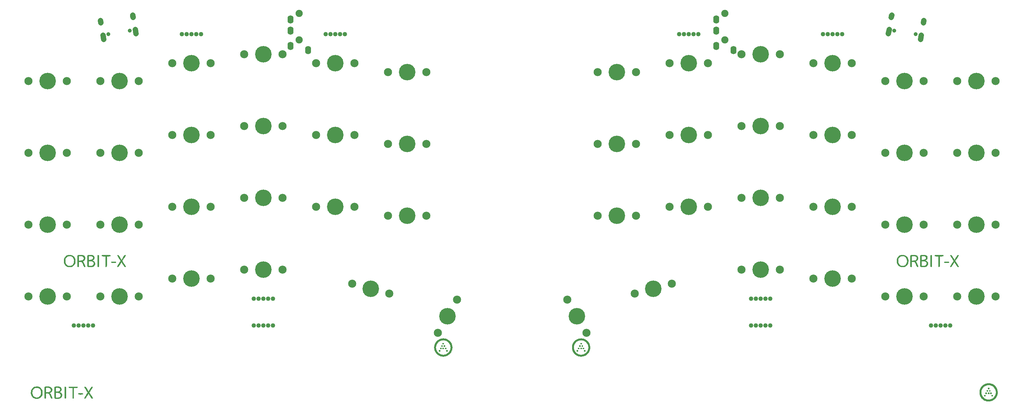
<source format=gts>
G04 #@! TF.GenerationSoftware,KiCad,Pcbnew,(5.1.2)-1*
G04 #@! TF.CreationDate,2019-06-25T19:13:37+09:00*
G04 #@! TF.ProjectId,Orbit,4f726269-742e-46b6-9963-61645f706362,rev?*
G04 #@! TF.SameCoordinates,Original*
G04 #@! TF.FileFunction,Soldermask,Top*
G04 #@! TF.FilePolarity,Negative*
%FSLAX46Y46*%
G04 Gerber Fmt 4.6, Leading zero omitted, Abs format (unit mm)*
G04 Created by KiCad (PCBNEW (5.1.2)-1) date 2019-06-25 19:13:37*
%MOMM*%
%LPD*%
G04 APERTURE LIST*
%ADD10C,0.010000*%
%ADD11C,2.150000*%
%ADD12C,4.387800*%
%ADD13C,1.400000*%
%ADD14C,1.400000*%
%ADD15C,1.050000*%
%ADD16C,1.187400*%
%ADD17O,1.600000X2.200000*%
%ADD18C,1.900000*%
G04 APERTURE END LIST*
D10*
G36*
X289077400Y-129311400D02*
G01*
X288753550Y-129311400D01*
X288753550Y-128987550D01*
X289077400Y-128987550D01*
X289077400Y-129311400D01*
X289077400Y-129311400D01*
G37*
X289077400Y-129311400D02*
X288753550Y-129311400D01*
X288753550Y-128987550D01*
X289077400Y-128987550D01*
X289077400Y-129311400D01*
G36*
X289401250Y-129940050D02*
G01*
X289077400Y-129940050D01*
X289077400Y-129635250D01*
X289401250Y-129635250D01*
X289401250Y-129940050D01*
X289401250Y-129940050D01*
G37*
X289401250Y-129940050D02*
X289077400Y-129940050D01*
X289077400Y-129635250D01*
X289401250Y-129635250D01*
X289401250Y-129940050D01*
G36*
X288753550Y-129940050D02*
G01*
X288448750Y-129940050D01*
X288448750Y-129635250D01*
X288753550Y-129635250D01*
X288753550Y-129940050D01*
X288753550Y-129940050D01*
G37*
X288753550Y-129940050D02*
X288448750Y-129940050D01*
X288448750Y-129635250D01*
X288753550Y-129635250D01*
X288753550Y-129940050D01*
G36*
X289706050Y-130587750D02*
G01*
X289401250Y-130587750D01*
X289401250Y-130263900D01*
X289706050Y-130263900D01*
X289706050Y-130587750D01*
X289706050Y-130587750D01*
G37*
X289706050Y-130587750D02*
X289401250Y-130587750D01*
X289401250Y-130263900D01*
X289706050Y-130263900D01*
X289706050Y-130587750D01*
G36*
X289077400Y-130587750D02*
G01*
X288753550Y-130587750D01*
X288753550Y-130263900D01*
X289077400Y-130263900D01*
X289077400Y-130587750D01*
X289077400Y-130587750D01*
G37*
X289077400Y-130587750D02*
X288753550Y-130587750D01*
X288753550Y-130263900D01*
X289077400Y-130263900D01*
X289077400Y-130587750D01*
G36*
X288448750Y-130587750D02*
G01*
X288124900Y-130587750D01*
X288124900Y-130263900D01*
X288448750Y-130263900D01*
X288448750Y-130587750D01*
X288448750Y-130587750D01*
G37*
X288448750Y-130587750D02*
X288124900Y-130587750D01*
X288124900Y-130263900D01*
X288448750Y-130263900D01*
X288448750Y-130587750D01*
G36*
X290029900Y-131216400D02*
G01*
X289706050Y-131216400D01*
X289706050Y-130892550D01*
X290029900Y-130892550D01*
X290029900Y-131216400D01*
X290029900Y-131216400D01*
G37*
X290029900Y-131216400D02*
X289706050Y-131216400D01*
X289706050Y-130892550D01*
X290029900Y-130892550D01*
X290029900Y-131216400D01*
G36*
X288124900Y-131216400D02*
G01*
X287801050Y-131216400D01*
X287801050Y-130892550D01*
X288124900Y-130892550D01*
X288124900Y-131216400D01*
X288124900Y-131216400D01*
G37*
X288124900Y-131216400D02*
X287801050Y-131216400D01*
X287801050Y-130892550D01*
X288124900Y-130892550D01*
X288124900Y-131216400D01*
G36*
X288928175Y-127797435D02*
G01*
X289027469Y-127798532D01*
X289116839Y-127801857D01*
X289198913Y-127807735D01*
X289276324Y-127816487D01*
X289351702Y-127828438D01*
X289427677Y-127843909D01*
X289506881Y-127863224D01*
X289543103Y-127872934D01*
X289709941Y-127925125D01*
X289871611Y-127988593D01*
X290027502Y-128063022D01*
X290176999Y-128148094D01*
X290319491Y-128243492D01*
X290441207Y-128337893D01*
X290567342Y-128450473D01*
X290685211Y-128571629D01*
X290794268Y-128700507D01*
X290893966Y-128836253D01*
X290983757Y-128978013D01*
X291063095Y-129124932D01*
X291131433Y-129276157D01*
X291188224Y-129430834D01*
X291227227Y-129565242D01*
X291253683Y-129677231D01*
X291273971Y-129782779D01*
X291288685Y-129886197D01*
X291298420Y-129991794D01*
X291303768Y-130103879D01*
X291304291Y-130124200D01*
X291302115Y-130298837D01*
X291287560Y-130470664D01*
X291260628Y-130639656D01*
X291221325Y-130805790D01*
X291169655Y-130969043D01*
X291118297Y-131100189D01*
X291095831Y-131152401D01*
X291076581Y-131195727D01*
X291059086Y-131233090D01*
X291041885Y-131267410D01*
X291023516Y-131301610D01*
X291002520Y-131338612D01*
X290979220Y-131378325D01*
X290883845Y-131527341D01*
X290779761Y-131667122D01*
X290666863Y-131797771D01*
X290545043Y-131919397D01*
X290414197Y-132032103D01*
X290274219Y-132135998D01*
X290128325Y-132229220D01*
X290086061Y-132253995D01*
X290049330Y-132274776D01*
X290015211Y-132293024D01*
X289980782Y-132310200D01*
X289943120Y-132327765D01*
X289899305Y-132347180D01*
X289850189Y-132368297D01*
X289773202Y-132399935D01*
X289702228Y-132426366D01*
X289632537Y-132449156D01*
X289559398Y-132469871D01*
X289493325Y-132486457D01*
X289361711Y-132514901D01*
X289236036Y-132535442D01*
X289112653Y-132548514D01*
X288987919Y-132554548D01*
X288915475Y-132555010D01*
X288874500Y-132554598D01*
X288836003Y-132554034D01*
X288802498Y-132553367D01*
X288776502Y-132552650D01*
X288760527Y-132551932D01*
X288759900Y-132551886D01*
X288586960Y-132532725D01*
X288416755Y-132501536D01*
X288249970Y-132458573D01*
X288087294Y-132404090D01*
X287929412Y-132338341D01*
X287777014Y-132261580D01*
X287630785Y-132174061D01*
X287510021Y-132090036D01*
X287371678Y-131979359D01*
X287243132Y-131860670D01*
X287124560Y-131734231D01*
X287016142Y-131600305D01*
X286918059Y-131459154D01*
X286830488Y-131311041D01*
X286753610Y-131156228D01*
X286687604Y-130994977D01*
X286632650Y-130827550D01*
X286622934Y-130793103D01*
X286601841Y-130711668D01*
X286584733Y-130634608D01*
X286571287Y-130559293D01*
X286561179Y-130483093D01*
X286554088Y-130403376D01*
X286549689Y-130317511D01*
X286547660Y-130222869D01*
X286547435Y-130178175D01*
X286547975Y-130133886D01*
X286973635Y-130133886D01*
X286973717Y-130197996D01*
X286975050Y-130261728D01*
X286977607Y-130321829D01*
X286981364Y-130375047D01*
X286984340Y-130403600D01*
X287009839Y-130561438D01*
X287047161Y-130714730D01*
X287096160Y-130863177D01*
X287156695Y-131006478D01*
X287228621Y-131144335D01*
X287311794Y-131276447D01*
X287406072Y-131402514D01*
X287511310Y-131522237D01*
X287529179Y-131540808D01*
X287636566Y-131642467D01*
X287753128Y-131736816D01*
X287876704Y-131822271D01*
X288005135Y-131897253D01*
X288041766Y-131916202D01*
X288101292Y-131945522D01*
X288153485Y-131969697D01*
X288201883Y-131990151D01*
X288250022Y-132008307D01*
X288301440Y-132025586D01*
X288353500Y-132041581D01*
X288504870Y-132081112D01*
X288653471Y-132108672D01*
X288800461Y-132124371D01*
X288947002Y-132128313D01*
X289094251Y-132120608D01*
X289147484Y-132115024D01*
X289297350Y-132091869D01*
X289441015Y-132058422D01*
X289580485Y-132014082D01*
X289717766Y-131958251D01*
X289795332Y-131921292D01*
X289931838Y-131846557D01*
X290059371Y-131763569D01*
X290178537Y-131671779D01*
X290289943Y-131570639D01*
X290394195Y-131459603D01*
X290491899Y-131338122D01*
X290578513Y-131213607D01*
X290598614Y-131180654D01*
X290622072Y-131138951D01*
X290647432Y-131091397D01*
X290673238Y-131040885D01*
X290698034Y-130990311D01*
X290720364Y-130942573D01*
X290738771Y-130900565D01*
X290749522Y-130873500D01*
X290799816Y-130720267D01*
X290837732Y-130566076D01*
X290863239Y-130411359D01*
X290876304Y-130256551D01*
X290876894Y-130102085D01*
X290864977Y-129948393D01*
X290840521Y-129795909D01*
X290832678Y-129759075D01*
X290805759Y-129650040D01*
X290775113Y-129549094D01*
X290739163Y-129451805D01*
X290696330Y-129353745D01*
X290666202Y-129291766D01*
X290591239Y-129156687D01*
X290505779Y-129028338D01*
X290410438Y-128907294D01*
X290305829Y-128794131D01*
X290192568Y-128689425D01*
X290071267Y-128593751D01*
X289942541Y-128507687D01*
X289807005Y-128431808D01*
X289691660Y-128377783D01*
X289554357Y-128324667D01*
X289416314Y-128283069D01*
X289275924Y-128252662D01*
X289131580Y-128233120D01*
X288981676Y-128224117D01*
X288931350Y-128223405D01*
X288772874Y-128228501D01*
X288619572Y-128245017D01*
X288470824Y-128273138D01*
X288326011Y-128313053D01*
X288184514Y-128364948D01*
X288045715Y-128429010D01*
X287908993Y-128505427D01*
X287828435Y-128556795D01*
X287716889Y-128638017D01*
X287609530Y-128729622D01*
X287507672Y-128830071D01*
X287412628Y-128937824D01*
X287325709Y-129051344D01*
X287248228Y-129169092D01*
X287181497Y-129289528D01*
X287153661Y-129347864D01*
X287104538Y-129463751D01*
X287064353Y-129575142D01*
X287032148Y-129685500D01*
X287006964Y-129798291D01*
X286987844Y-129916976D01*
X286981123Y-129971800D01*
X286977313Y-130017536D01*
X286974825Y-130072648D01*
X286973635Y-130133886D01*
X286547975Y-130133886D01*
X286548831Y-130063778D01*
X286553530Y-129959085D01*
X286561990Y-129861419D01*
X286574668Y-129768108D01*
X286592021Y-129676475D01*
X286614509Y-129583847D01*
X286642588Y-129487549D01*
X286676717Y-129384906D01*
X286689272Y-129349500D01*
X286751980Y-129193724D01*
X286826253Y-129043057D01*
X286911937Y-128897708D01*
X287008881Y-128757886D01*
X287116933Y-128623802D01*
X287235939Y-128495666D01*
X287365746Y-128373687D01*
X287451216Y-128301543D01*
X287519879Y-128249148D01*
X287597910Y-128195288D01*
X287682398Y-128141729D01*
X287770428Y-128090244D01*
X287859090Y-128042599D01*
X287945471Y-128000566D01*
X287950275Y-127998371D01*
X288006243Y-127974473D01*
X288071188Y-127949364D01*
X288141613Y-127924229D01*
X288214023Y-127900249D01*
X288284921Y-127878608D01*
X288350811Y-127860491D01*
X288376319Y-127854176D01*
X288450899Y-127837562D01*
X288522078Y-127824234D01*
X288592482Y-127813921D01*
X288664735Y-127806355D01*
X288741462Y-127801265D01*
X288825287Y-127798382D01*
X288918836Y-127797434D01*
X288928175Y-127797435D01*
X288928175Y-127797435D01*
G37*
X288928175Y-127797435D02*
X289027469Y-127798532D01*
X289116839Y-127801857D01*
X289198913Y-127807735D01*
X289276324Y-127816487D01*
X289351702Y-127828438D01*
X289427677Y-127843909D01*
X289506881Y-127863224D01*
X289543103Y-127872934D01*
X289709941Y-127925125D01*
X289871611Y-127988593D01*
X290027502Y-128063022D01*
X290176999Y-128148094D01*
X290319491Y-128243492D01*
X290441207Y-128337893D01*
X290567342Y-128450473D01*
X290685211Y-128571629D01*
X290794268Y-128700507D01*
X290893966Y-128836253D01*
X290983757Y-128978013D01*
X291063095Y-129124932D01*
X291131433Y-129276157D01*
X291188224Y-129430834D01*
X291227227Y-129565242D01*
X291253683Y-129677231D01*
X291273971Y-129782779D01*
X291288685Y-129886197D01*
X291298420Y-129991794D01*
X291303768Y-130103879D01*
X291304291Y-130124200D01*
X291302115Y-130298837D01*
X291287560Y-130470664D01*
X291260628Y-130639656D01*
X291221325Y-130805790D01*
X291169655Y-130969043D01*
X291118297Y-131100189D01*
X291095831Y-131152401D01*
X291076581Y-131195727D01*
X291059086Y-131233090D01*
X291041885Y-131267410D01*
X291023516Y-131301610D01*
X291002520Y-131338612D01*
X290979220Y-131378325D01*
X290883845Y-131527341D01*
X290779761Y-131667122D01*
X290666863Y-131797771D01*
X290545043Y-131919397D01*
X290414197Y-132032103D01*
X290274219Y-132135998D01*
X290128325Y-132229220D01*
X290086061Y-132253995D01*
X290049330Y-132274776D01*
X290015211Y-132293024D01*
X289980782Y-132310200D01*
X289943120Y-132327765D01*
X289899305Y-132347180D01*
X289850189Y-132368297D01*
X289773202Y-132399935D01*
X289702228Y-132426366D01*
X289632537Y-132449156D01*
X289559398Y-132469871D01*
X289493325Y-132486457D01*
X289361711Y-132514901D01*
X289236036Y-132535442D01*
X289112653Y-132548514D01*
X288987919Y-132554548D01*
X288915475Y-132555010D01*
X288874500Y-132554598D01*
X288836003Y-132554034D01*
X288802498Y-132553367D01*
X288776502Y-132552650D01*
X288760527Y-132551932D01*
X288759900Y-132551886D01*
X288586960Y-132532725D01*
X288416755Y-132501536D01*
X288249970Y-132458573D01*
X288087294Y-132404090D01*
X287929412Y-132338341D01*
X287777014Y-132261580D01*
X287630785Y-132174061D01*
X287510021Y-132090036D01*
X287371678Y-131979359D01*
X287243132Y-131860670D01*
X287124560Y-131734231D01*
X287016142Y-131600305D01*
X286918059Y-131459154D01*
X286830488Y-131311041D01*
X286753610Y-131156228D01*
X286687604Y-130994977D01*
X286632650Y-130827550D01*
X286622934Y-130793103D01*
X286601841Y-130711668D01*
X286584733Y-130634608D01*
X286571287Y-130559293D01*
X286561179Y-130483093D01*
X286554088Y-130403376D01*
X286549689Y-130317511D01*
X286547660Y-130222869D01*
X286547435Y-130178175D01*
X286547975Y-130133886D01*
X286973635Y-130133886D01*
X286973717Y-130197996D01*
X286975050Y-130261728D01*
X286977607Y-130321829D01*
X286981364Y-130375047D01*
X286984340Y-130403600D01*
X287009839Y-130561438D01*
X287047161Y-130714730D01*
X287096160Y-130863177D01*
X287156695Y-131006478D01*
X287228621Y-131144335D01*
X287311794Y-131276447D01*
X287406072Y-131402514D01*
X287511310Y-131522237D01*
X287529179Y-131540808D01*
X287636566Y-131642467D01*
X287753128Y-131736816D01*
X287876704Y-131822271D01*
X288005135Y-131897253D01*
X288041766Y-131916202D01*
X288101292Y-131945522D01*
X288153485Y-131969697D01*
X288201883Y-131990151D01*
X288250022Y-132008307D01*
X288301440Y-132025586D01*
X288353500Y-132041581D01*
X288504870Y-132081112D01*
X288653471Y-132108672D01*
X288800461Y-132124371D01*
X288947002Y-132128313D01*
X289094251Y-132120608D01*
X289147484Y-132115024D01*
X289297350Y-132091869D01*
X289441015Y-132058422D01*
X289580485Y-132014082D01*
X289717766Y-131958251D01*
X289795332Y-131921292D01*
X289931838Y-131846557D01*
X290059371Y-131763569D01*
X290178537Y-131671779D01*
X290289943Y-131570639D01*
X290394195Y-131459603D01*
X290491899Y-131338122D01*
X290578513Y-131213607D01*
X290598614Y-131180654D01*
X290622072Y-131138951D01*
X290647432Y-131091397D01*
X290673238Y-131040885D01*
X290698034Y-130990311D01*
X290720364Y-130942573D01*
X290738771Y-130900565D01*
X290749522Y-130873500D01*
X290799816Y-130720267D01*
X290837732Y-130566076D01*
X290863239Y-130411359D01*
X290876304Y-130256551D01*
X290876894Y-130102085D01*
X290864977Y-129948393D01*
X290840521Y-129795909D01*
X290832678Y-129759075D01*
X290805759Y-129650040D01*
X290775113Y-129549094D01*
X290739163Y-129451805D01*
X290696330Y-129353745D01*
X290666202Y-129291766D01*
X290591239Y-129156687D01*
X290505779Y-129028338D01*
X290410438Y-128907294D01*
X290305829Y-128794131D01*
X290192568Y-128689425D01*
X290071267Y-128593751D01*
X289942541Y-128507687D01*
X289807005Y-128431808D01*
X289691660Y-128377783D01*
X289554357Y-128324667D01*
X289416314Y-128283069D01*
X289275924Y-128252662D01*
X289131580Y-128233120D01*
X288981676Y-128224117D01*
X288931350Y-128223405D01*
X288772874Y-128228501D01*
X288619572Y-128245017D01*
X288470824Y-128273138D01*
X288326011Y-128313053D01*
X288184514Y-128364948D01*
X288045715Y-128429010D01*
X287908993Y-128505427D01*
X287828435Y-128556795D01*
X287716889Y-128638017D01*
X287609530Y-128729622D01*
X287507672Y-128830071D01*
X287412628Y-128937824D01*
X287325709Y-129051344D01*
X287248228Y-129169092D01*
X287181497Y-129289528D01*
X287153661Y-129347864D01*
X287104538Y-129463751D01*
X287064353Y-129575142D01*
X287032148Y-129685500D01*
X287006964Y-129798291D01*
X286987844Y-129916976D01*
X286981123Y-129971800D01*
X286977313Y-130017536D01*
X286974825Y-130072648D01*
X286973635Y-130133886D01*
X286547975Y-130133886D01*
X286548831Y-130063778D01*
X286553530Y-129959085D01*
X286561990Y-129861419D01*
X286574668Y-129768108D01*
X286592021Y-129676475D01*
X286614509Y-129583847D01*
X286642588Y-129487549D01*
X286676717Y-129384906D01*
X286689272Y-129349500D01*
X286751980Y-129193724D01*
X286826253Y-129043057D01*
X286911937Y-128897708D01*
X287008881Y-128757886D01*
X287116933Y-128623802D01*
X287235939Y-128495666D01*
X287365746Y-128373687D01*
X287451216Y-128301543D01*
X287519879Y-128249148D01*
X287597910Y-128195288D01*
X287682398Y-128141729D01*
X287770428Y-128090244D01*
X287859090Y-128042599D01*
X287945471Y-128000566D01*
X287950275Y-127998371D01*
X288006243Y-127974473D01*
X288071188Y-127949364D01*
X288141613Y-127924229D01*
X288214023Y-127900249D01*
X288284921Y-127878608D01*
X288350811Y-127860491D01*
X288376319Y-127854176D01*
X288450899Y-127837562D01*
X288522078Y-127824234D01*
X288592482Y-127813921D01*
X288664735Y-127806355D01*
X288741462Y-127801265D01*
X288825287Y-127798382D01*
X288918836Y-127797434D01*
X288928175Y-127797435D01*
G36*
X48624132Y-130445394D02*
G01*
X48791747Y-130449915D01*
X48907879Y-130457751D01*
X48976635Y-130469148D01*
X48999215Y-130479800D01*
X49031993Y-130547077D01*
X49025158Y-130622969D01*
X48981761Y-130679371D01*
X48977273Y-130681949D01*
X48927028Y-130692944D01*
X48826788Y-130702029D01*
X48686308Y-130708670D01*
X48515341Y-130712332D01*
X48412819Y-130712882D01*
X48224324Y-130712257D01*
X48086042Y-130709761D01*
X47988427Y-130704462D01*
X47921935Y-130695427D01*
X47877020Y-130681726D01*
X47844137Y-130662425D01*
X47836694Y-130656628D01*
X47790017Y-130609178D01*
X47787195Y-130561883D01*
X47802860Y-130522157D01*
X47838498Y-130443941D01*
X48400927Y-130443941D01*
X48624132Y-130445394D01*
X48624132Y-130445394D01*
G37*
X48624132Y-130445394D02*
X48791747Y-130449915D01*
X48907879Y-130457751D01*
X48976635Y-130469148D01*
X48999215Y-130479800D01*
X49031993Y-130547077D01*
X49025158Y-130622969D01*
X48981761Y-130679371D01*
X48977273Y-130681949D01*
X48927028Y-130692944D01*
X48826788Y-130702029D01*
X48686308Y-130708670D01*
X48515341Y-130712332D01*
X48412819Y-130712882D01*
X48224324Y-130712257D01*
X48086042Y-130709761D01*
X47988427Y-130704462D01*
X47921935Y-130695427D01*
X47877020Y-130681726D01*
X47844137Y-130662425D01*
X47836694Y-130656628D01*
X47790017Y-130609178D01*
X47787195Y-130561883D01*
X47802860Y-130522157D01*
X47838498Y-130443941D01*
X48400927Y-130443941D01*
X48624132Y-130445394D01*
G36*
X51545158Y-128712064D02*
G01*
X51574591Y-128761028D01*
X51575073Y-128769938D01*
X51559784Y-128809781D01*
X51516644Y-128892996D01*
X51449747Y-129012444D01*
X51363188Y-129160985D01*
X51261060Y-129331480D01*
X51147456Y-129516788D01*
X51139279Y-129529970D01*
X50703486Y-130231969D01*
X51142239Y-130936222D01*
X51257576Y-131122443D01*
X51362583Y-131294071D01*
X51453028Y-131444020D01*
X51524676Y-131565203D01*
X51573295Y-131650535D01*
X51594652Y-131692928D01*
X51595052Y-131694237D01*
X51585764Y-131755153D01*
X51559749Y-131788965D01*
X51518923Y-131812143D01*
X51466743Y-131811002D01*
X51385848Y-131786878D01*
X51345582Y-131771199D01*
X51309346Y-131750202D01*
X51272327Y-131717431D01*
X51229712Y-131666430D01*
X51176687Y-131590744D01*
X51108441Y-131483917D01*
X51020159Y-131339493D01*
X50907030Y-131151016D01*
X50887779Y-131118812D01*
X50783079Y-130945782D01*
X50687266Y-130791534D01*
X50604855Y-130663006D01*
X50540358Y-130567134D01*
X50498288Y-130510855D01*
X50484367Y-130498752D01*
X50461276Y-130524862D01*
X50412883Y-130595363D01*
X50343839Y-130702925D01*
X50258795Y-130840220D01*
X50162401Y-130999922D01*
X50106686Y-131093881D01*
X49968885Y-131323624D01*
X49856177Y-131502366D01*
X49766906Y-131632550D01*
X49699417Y-131716619D01*
X49661502Y-131751294D01*
X49557817Y-131807153D01*
X49478323Y-131812504D01*
X49429520Y-131782671D01*
X49397567Y-131727736D01*
X49393662Y-131704843D01*
X49408918Y-131669297D01*
X49451958Y-131590173D01*
X49518690Y-131474445D01*
X49605021Y-131329087D01*
X49706859Y-131161075D01*
X49820111Y-130977384D01*
X49826956Y-130966376D01*
X49940739Y-130782015D01*
X50043347Y-130612954D01*
X50130689Y-130466165D01*
X50198672Y-130348616D01*
X50243205Y-130267277D01*
X50260196Y-130229118D01*
X50260250Y-130228371D01*
X50244956Y-130192453D01*
X50201966Y-130113474D01*
X50135617Y-129998827D01*
X50050246Y-129855904D01*
X49950191Y-129692099D01*
X49868732Y-129560966D01*
X49732724Y-129343484D01*
X49625331Y-129170986D01*
X49543568Y-129037724D01*
X49484453Y-128937953D01*
X49445003Y-128865925D01*
X49422234Y-128815895D01*
X49413163Y-128782117D01*
X49414807Y-128758843D01*
X49424184Y-128740328D01*
X49434982Y-128725443D01*
X49493379Y-128691022D01*
X49578099Y-128691043D01*
X49669215Y-128722096D01*
X49744693Y-128778458D01*
X49778923Y-128824347D01*
X49837633Y-128912556D01*
X49914977Y-129033902D01*
X50005112Y-129179206D01*
X50102193Y-129339283D01*
X50110553Y-129353235D01*
X50207035Y-129514168D01*
X50295618Y-129661469D01*
X50370741Y-129785927D01*
X50426842Y-129878330D01*
X50458360Y-129929464D01*
X50459800Y-129931726D01*
X50475267Y-129952771D01*
X50491635Y-129961022D01*
X50513100Y-129951030D01*
X50543856Y-129917347D01*
X50588098Y-129854525D01*
X50650023Y-129757118D01*
X50733825Y-129619676D01*
X50843700Y-129436752D01*
X50853248Y-129420814D01*
X50955912Y-129250310D01*
X51050505Y-129094848D01*
X51132003Y-128962554D01*
X51195384Y-128861551D01*
X51235624Y-128799964D01*
X51245139Y-128786916D01*
X51315547Y-128729240D01*
X51399666Y-128696991D01*
X51481527Y-128690992D01*
X51545158Y-128712064D01*
X51545158Y-128712064D01*
G37*
X51545158Y-128712064D02*
X51574591Y-128761028D01*
X51575073Y-128769938D01*
X51559784Y-128809781D01*
X51516644Y-128892996D01*
X51449747Y-129012444D01*
X51363188Y-129160985D01*
X51261060Y-129331480D01*
X51147456Y-129516788D01*
X51139279Y-129529970D01*
X50703486Y-130231969D01*
X51142239Y-130936222D01*
X51257576Y-131122443D01*
X51362583Y-131294071D01*
X51453028Y-131444020D01*
X51524676Y-131565203D01*
X51573295Y-131650535D01*
X51594652Y-131692928D01*
X51595052Y-131694237D01*
X51585764Y-131755153D01*
X51559749Y-131788965D01*
X51518923Y-131812143D01*
X51466743Y-131811002D01*
X51385848Y-131786878D01*
X51345582Y-131771199D01*
X51309346Y-131750202D01*
X51272327Y-131717431D01*
X51229712Y-131666430D01*
X51176687Y-131590744D01*
X51108441Y-131483917D01*
X51020159Y-131339493D01*
X50907030Y-131151016D01*
X50887779Y-131118812D01*
X50783079Y-130945782D01*
X50687266Y-130791534D01*
X50604855Y-130663006D01*
X50540358Y-130567134D01*
X50498288Y-130510855D01*
X50484367Y-130498752D01*
X50461276Y-130524862D01*
X50412883Y-130595363D01*
X50343839Y-130702925D01*
X50258795Y-130840220D01*
X50162401Y-130999922D01*
X50106686Y-131093881D01*
X49968885Y-131323624D01*
X49856177Y-131502366D01*
X49766906Y-131632550D01*
X49699417Y-131716619D01*
X49661502Y-131751294D01*
X49557817Y-131807153D01*
X49478323Y-131812504D01*
X49429520Y-131782671D01*
X49397567Y-131727736D01*
X49393662Y-131704843D01*
X49408918Y-131669297D01*
X49451958Y-131590173D01*
X49518690Y-131474445D01*
X49605021Y-131329087D01*
X49706859Y-131161075D01*
X49820111Y-130977384D01*
X49826956Y-130966376D01*
X49940739Y-130782015D01*
X50043347Y-130612954D01*
X50130689Y-130466165D01*
X50198672Y-130348616D01*
X50243205Y-130267277D01*
X50260196Y-130229118D01*
X50260250Y-130228371D01*
X50244956Y-130192453D01*
X50201966Y-130113474D01*
X50135617Y-129998827D01*
X50050246Y-129855904D01*
X49950191Y-129692099D01*
X49868732Y-129560966D01*
X49732724Y-129343484D01*
X49625331Y-129170986D01*
X49543568Y-129037724D01*
X49484453Y-128937953D01*
X49445003Y-128865925D01*
X49422234Y-128815895D01*
X49413163Y-128782117D01*
X49414807Y-128758843D01*
X49424184Y-128740328D01*
X49434982Y-128725443D01*
X49493379Y-128691022D01*
X49578099Y-128691043D01*
X49669215Y-128722096D01*
X49744693Y-128778458D01*
X49778923Y-128824347D01*
X49837633Y-128912556D01*
X49914977Y-129033902D01*
X50005112Y-129179206D01*
X50102193Y-129339283D01*
X50110553Y-129353235D01*
X50207035Y-129514168D01*
X50295618Y-129661469D01*
X50370741Y-129785927D01*
X50426842Y-129878330D01*
X50458360Y-129929464D01*
X50459800Y-129931726D01*
X50475267Y-129952771D01*
X50491635Y-129961022D01*
X50513100Y-129951030D01*
X50543856Y-129917347D01*
X50588098Y-129854525D01*
X50650023Y-129757118D01*
X50733825Y-129619676D01*
X50843700Y-129436752D01*
X50853248Y-129420814D01*
X50955912Y-129250310D01*
X51050505Y-129094848D01*
X51132003Y-128962554D01*
X51195384Y-128861551D01*
X51235624Y-128799964D01*
X51245139Y-128786916D01*
X51315547Y-128729240D01*
X51399666Y-128696991D01*
X51481527Y-128690992D01*
X51545158Y-128712064D01*
G36*
X46699975Y-128680978D02*
G01*
X46925420Y-128681492D01*
X47103186Y-128682762D01*
X47239316Y-128685128D01*
X47339852Y-128688928D01*
X47410836Y-128694501D01*
X47458313Y-128702186D01*
X47488323Y-128712322D01*
X47506911Y-128725248D01*
X47520118Y-128741302D01*
X47521017Y-128742580D01*
X47550664Y-128826669D01*
X47527291Y-128902678D01*
X47460220Y-128952116D01*
X47403930Y-128962418D01*
X47301585Y-128970971D01*
X47166888Y-128976979D01*
X47013541Y-128979643D01*
X46986187Y-128979706D01*
X46584720Y-128979706D01*
X46584720Y-130339353D01*
X46584642Y-130659885D01*
X46584257Y-130925995D01*
X46583339Y-131143028D01*
X46581665Y-131316328D01*
X46579009Y-131451236D01*
X46575147Y-131553099D01*
X46569852Y-131627258D01*
X46562901Y-131679057D01*
X46554067Y-131713841D01*
X46543127Y-131736952D01*
X46529855Y-131753735D01*
X46524956Y-131758765D01*
X46455796Y-131809543D01*
X46388702Y-131808966D01*
X46322428Y-131772011D01*
X46256015Y-131725493D01*
X46256015Y-128979706D01*
X45845132Y-128979265D01*
X45643551Y-128976247D01*
X45494247Y-128966503D01*
X45389939Y-128948263D01*
X45323343Y-128919754D01*
X45287180Y-128879205D01*
X45275777Y-128840741D01*
X45288450Y-128770080D01*
X45315265Y-128729431D01*
X45333660Y-128716461D01*
X45364193Y-128705995D01*
X45412808Y-128697771D01*
X45485450Y-128691527D01*
X45588063Y-128687003D01*
X45726591Y-128683937D01*
X45906979Y-128682069D01*
X46135171Y-128681138D01*
X46417111Y-128680882D01*
X46420807Y-128680882D01*
X46699975Y-128680978D01*
X46699975Y-128680978D01*
G37*
X46699975Y-128680978D02*
X46925420Y-128681492D01*
X47103186Y-128682762D01*
X47239316Y-128685128D01*
X47339852Y-128688928D01*
X47410836Y-128694501D01*
X47458313Y-128702186D01*
X47488323Y-128712322D01*
X47506911Y-128725248D01*
X47520118Y-128741302D01*
X47521017Y-128742580D01*
X47550664Y-128826669D01*
X47527291Y-128902678D01*
X47460220Y-128952116D01*
X47403930Y-128962418D01*
X47301585Y-128970971D01*
X47166888Y-128976979D01*
X47013541Y-128979643D01*
X46986187Y-128979706D01*
X46584720Y-128979706D01*
X46584720Y-130339353D01*
X46584642Y-130659885D01*
X46584257Y-130925995D01*
X46583339Y-131143028D01*
X46581665Y-131316328D01*
X46579009Y-131451236D01*
X46575147Y-131553099D01*
X46569852Y-131627258D01*
X46562901Y-131679057D01*
X46554067Y-131713841D01*
X46543127Y-131736952D01*
X46529855Y-131753735D01*
X46524956Y-131758765D01*
X46455796Y-131809543D01*
X46388702Y-131808966D01*
X46322428Y-131772011D01*
X46256015Y-131725493D01*
X46256015Y-128979706D01*
X45845132Y-128979265D01*
X45643551Y-128976247D01*
X45494247Y-128966503D01*
X45389939Y-128948263D01*
X45323343Y-128919754D01*
X45287180Y-128879205D01*
X45275777Y-128840741D01*
X45288450Y-128770080D01*
X45315265Y-128729431D01*
X45333660Y-128716461D01*
X45364193Y-128705995D01*
X45412808Y-128697771D01*
X45485450Y-128691527D01*
X45588063Y-128687003D01*
X45726591Y-128683937D01*
X45906979Y-128682069D01*
X46135171Y-128681138D01*
X46417111Y-128680882D01*
X46420807Y-128680882D01*
X46699975Y-128680978D01*
G36*
X44443501Y-128735529D02*
G01*
X44454840Y-128752530D01*
X44464320Y-128779654D01*
X44472104Y-128821937D01*
X44478355Y-128884414D01*
X44483238Y-128972121D01*
X44486916Y-129090092D01*
X44489552Y-129243362D01*
X44491311Y-129436968D01*
X44492354Y-129675945D01*
X44492847Y-129965327D01*
X44492956Y-130257835D01*
X44492956Y-131725493D01*
X44426542Y-131772011D01*
X44351670Y-131812061D01*
X44288381Y-131806760D01*
X44219854Y-131761405D01*
X44149309Y-131704280D01*
X44149309Y-130255483D01*
X44149400Y-129923311D01*
X44149804Y-129645734D01*
X44150715Y-129417584D01*
X44152329Y-129233693D01*
X44154838Y-129088892D01*
X44158439Y-128978013D01*
X44163326Y-128895887D01*
X44169693Y-128837344D01*
X44177735Y-128797218D01*
X44187647Y-128770338D01*
X44199624Y-128751537D01*
X44206234Y-128743784D01*
X44286963Y-128690206D01*
X44373590Y-128689687D01*
X44443501Y-128735529D01*
X44443501Y-128735529D01*
G37*
X44443501Y-128735529D02*
X44454840Y-128752530D01*
X44464320Y-128779654D01*
X44472104Y-128821937D01*
X44478355Y-128884414D01*
X44483238Y-128972121D01*
X44486916Y-129090092D01*
X44489552Y-129243362D01*
X44491311Y-129436968D01*
X44492354Y-129675945D01*
X44492847Y-129965327D01*
X44492956Y-130257835D01*
X44492956Y-131725493D01*
X44426542Y-131772011D01*
X44351670Y-131812061D01*
X44288381Y-131806760D01*
X44219854Y-131761405D01*
X44149309Y-131704280D01*
X44149309Y-130255483D01*
X44149400Y-129923311D01*
X44149804Y-129645734D01*
X44150715Y-129417584D01*
X44152329Y-129233693D01*
X44154838Y-129088892D01*
X44158439Y-128978013D01*
X44163326Y-128895887D01*
X44169693Y-128837344D01*
X44177735Y-128797218D01*
X44187647Y-128770338D01*
X44199624Y-128751537D01*
X44206234Y-128743784D01*
X44286963Y-128690206D01*
X44373590Y-128689687D01*
X44443501Y-128735529D01*
G36*
X39643128Y-128656423D02*
G01*
X39691427Y-128657990D01*
X39924286Y-128670685D01*
X40110660Y-128693363D01*
X40263471Y-128729449D01*
X40395637Y-128782366D01*
X40520078Y-128855541D01*
X40570131Y-128890916D01*
X40698441Y-129020920D01*
X40787878Y-129187837D01*
X40835578Y-129380883D01*
X40838679Y-129589273D01*
X40803832Y-129771377D01*
X40758288Y-129892736D01*
X40691828Y-129995179D01*
X40604307Y-130089194D01*
X40526707Y-130161627D01*
X40464684Y-130213759D01*
X40431200Y-130234728D01*
X40430613Y-130234765D01*
X40389761Y-130245417D01*
X40317908Y-130271943D01*
X40294416Y-130281543D01*
X40182461Y-130328321D01*
X40257280Y-130408543D01*
X40320298Y-130485175D01*
X40388452Y-130580967D01*
X40409503Y-130613734D01*
X40444865Y-130679547D01*
X40494901Y-130784208D01*
X40555046Y-130916912D01*
X40620731Y-131066858D01*
X40687392Y-131223242D01*
X40750460Y-131375262D01*
X40805369Y-131512115D01*
X40847552Y-131622998D01*
X40872444Y-131697107D01*
X40877191Y-131720089D01*
X40851934Y-131771010D01*
X40788896Y-131798795D01*
X40707179Y-131798645D01*
X40646497Y-131778031D01*
X40611887Y-131754871D01*
X40578150Y-131717861D01*
X40541078Y-131659161D01*
X40496466Y-131570934D01*
X40440108Y-131445342D01*
X40367797Y-131274546D01*
X40338620Y-131204278D01*
X40245317Y-130983472D01*
X40167188Y-130812277D01*
X40099180Y-130684067D01*
X40036237Y-130592215D01*
X39973307Y-130530096D01*
X39905336Y-130491083D01*
X39827269Y-130468550D01*
X39770841Y-130459859D01*
X39650524Y-130450661D01*
X39506354Y-130447265D01*
X39398015Y-130449393D01*
X39188838Y-130458882D01*
X39173897Y-131096349D01*
X39168560Y-131308480D01*
X39163266Y-131468794D01*
X39157161Y-131585230D01*
X39149394Y-131665728D01*
X39139113Y-131718230D01*
X39125465Y-131750674D01*
X39107600Y-131771001D01*
X39100950Y-131776172D01*
X39031823Y-131813348D01*
X38969112Y-131806160D01*
X38911605Y-131772011D01*
X38845191Y-131725493D01*
X38845191Y-129397317D01*
X39173395Y-129397317D01*
X39173897Y-129582302D01*
X39173897Y-130182796D01*
X39569838Y-130168742D01*
X39746517Y-130160758D01*
X39877650Y-130149890D01*
X39977451Y-130134020D01*
X40060131Y-130111032D01*
X40122879Y-130086365D01*
X40295434Y-129983520D01*
X40420202Y-129848171D01*
X40494244Y-129685065D01*
X40514622Y-129498949D01*
X40511874Y-129458075D01*
X40472585Y-129289393D01*
X40387709Y-129155237D01*
X40252495Y-129048979D01*
X40197575Y-129019667D01*
X40117686Y-128983543D01*
X40042487Y-128958882D01*
X39956351Y-128942908D01*
X39843651Y-128932841D01*
X39688760Y-128925904D01*
X39665735Y-128925121D01*
X39506753Y-128919037D01*
X39386158Y-128917464D01*
X39298676Y-128927446D01*
X39239033Y-128956031D01*
X39201957Y-129010265D01*
X39182174Y-129097193D01*
X39174411Y-129223862D01*
X39173395Y-129397317D01*
X38845191Y-129397317D01*
X38845191Y-128838444D01*
X38922537Y-128761098D01*
X38976460Y-128718114D01*
X39045454Y-128686874D01*
X39138069Y-128666232D01*
X39262853Y-128655040D01*
X39428356Y-128652152D01*
X39643128Y-128656423D01*
X39643128Y-128656423D01*
G37*
X39643128Y-128656423D02*
X39691427Y-128657990D01*
X39924286Y-128670685D01*
X40110660Y-128693363D01*
X40263471Y-128729449D01*
X40395637Y-128782366D01*
X40520078Y-128855541D01*
X40570131Y-128890916D01*
X40698441Y-129020920D01*
X40787878Y-129187837D01*
X40835578Y-129380883D01*
X40838679Y-129589273D01*
X40803832Y-129771377D01*
X40758288Y-129892736D01*
X40691828Y-129995179D01*
X40604307Y-130089194D01*
X40526707Y-130161627D01*
X40464684Y-130213759D01*
X40431200Y-130234728D01*
X40430613Y-130234765D01*
X40389761Y-130245417D01*
X40317908Y-130271943D01*
X40294416Y-130281543D01*
X40182461Y-130328321D01*
X40257280Y-130408543D01*
X40320298Y-130485175D01*
X40388452Y-130580967D01*
X40409503Y-130613734D01*
X40444865Y-130679547D01*
X40494901Y-130784208D01*
X40555046Y-130916912D01*
X40620731Y-131066858D01*
X40687392Y-131223242D01*
X40750460Y-131375262D01*
X40805369Y-131512115D01*
X40847552Y-131622998D01*
X40872444Y-131697107D01*
X40877191Y-131720089D01*
X40851934Y-131771010D01*
X40788896Y-131798795D01*
X40707179Y-131798645D01*
X40646497Y-131778031D01*
X40611887Y-131754871D01*
X40578150Y-131717861D01*
X40541078Y-131659161D01*
X40496466Y-131570934D01*
X40440108Y-131445342D01*
X40367797Y-131274546D01*
X40338620Y-131204278D01*
X40245317Y-130983472D01*
X40167188Y-130812277D01*
X40099180Y-130684067D01*
X40036237Y-130592215D01*
X39973307Y-130530096D01*
X39905336Y-130491083D01*
X39827269Y-130468550D01*
X39770841Y-130459859D01*
X39650524Y-130450661D01*
X39506354Y-130447265D01*
X39398015Y-130449393D01*
X39188838Y-130458882D01*
X39173897Y-131096349D01*
X39168560Y-131308480D01*
X39163266Y-131468794D01*
X39157161Y-131585230D01*
X39149394Y-131665728D01*
X39139113Y-131718230D01*
X39125465Y-131750674D01*
X39107600Y-131771001D01*
X39100950Y-131776172D01*
X39031823Y-131813348D01*
X38969112Y-131806160D01*
X38911605Y-131772011D01*
X38845191Y-131725493D01*
X38845191Y-129397317D01*
X39173395Y-129397317D01*
X39173897Y-129582302D01*
X39173897Y-130182796D01*
X39569838Y-130168742D01*
X39746517Y-130160758D01*
X39877650Y-130149890D01*
X39977451Y-130134020D01*
X40060131Y-130111032D01*
X40122879Y-130086365D01*
X40295434Y-129983520D01*
X40420202Y-129848171D01*
X40494244Y-129685065D01*
X40514622Y-129498949D01*
X40511874Y-129458075D01*
X40472585Y-129289393D01*
X40387709Y-129155237D01*
X40252495Y-129048979D01*
X40197575Y-129019667D01*
X40117686Y-128983543D01*
X40042487Y-128958882D01*
X39956351Y-128942908D01*
X39843651Y-128932841D01*
X39688760Y-128925904D01*
X39665735Y-128925121D01*
X39506753Y-128919037D01*
X39386158Y-128917464D01*
X39298676Y-128927446D01*
X39239033Y-128956031D01*
X39201957Y-129010265D01*
X39182174Y-129097193D01*
X39174411Y-129223862D01*
X39173395Y-129397317D01*
X38845191Y-129397317D01*
X38845191Y-128838444D01*
X38922537Y-128761098D01*
X38976460Y-128718114D01*
X39045454Y-128686874D01*
X39138069Y-128666232D01*
X39262853Y-128655040D01*
X39428356Y-128652152D01*
X39643128Y-128656423D01*
G36*
X42367390Y-128668906D02*
G01*
X42512129Y-128672391D01*
X42620130Y-128679134D01*
X42702902Y-128690278D01*
X42771953Y-128706964D01*
X42838794Y-128730334D01*
X42849426Y-128734521D01*
X43040988Y-128835058D01*
X43181438Y-128965328D01*
X43273146Y-129128391D01*
X43318484Y-129327309D01*
X43319925Y-129342030D01*
X43324628Y-129455884D01*
X43310048Y-129547466D01*
X43270059Y-129648816D01*
X43255430Y-129679318D01*
X43144480Y-129843974D01*
X42994884Y-129974445D01*
X42820691Y-130058607D01*
X42813341Y-130060860D01*
X42742484Y-130091556D01*
X42719912Y-130121347D01*
X42748179Y-130141413D01*
X42788948Y-130145118D01*
X42875477Y-130162338D01*
X42987479Y-130207183D01*
X43104174Y-130269429D01*
X43204782Y-130338851D01*
X43233045Y-130363616D01*
X43357939Y-130513811D01*
X43431087Y-130681480D01*
X43458000Y-130879543D01*
X43458247Y-130891500D01*
X43447312Y-131101764D01*
X43403552Y-131274135D01*
X43321445Y-131423883D01*
X43224714Y-131537374D01*
X43119203Y-131635113D01*
X43012834Y-131709097D01*
X42894819Y-131762645D01*
X42754372Y-131799077D01*
X42580705Y-131821711D01*
X42363031Y-131833865D01*
X42251779Y-131836725D01*
X42082580Y-131838214D01*
X41926648Y-131836281D01*
X41797413Y-131831332D01*
X41708303Y-131823776D01*
X41684487Y-131819537D01*
X41591566Y-131778212D01*
X41513264Y-131715312D01*
X41512664Y-131714618D01*
X41444956Y-131635903D01*
X41444956Y-130264647D01*
X41773662Y-130264647D01*
X41773662Y-130893139D01*
X41773820Y-131101976D01*
X41774831Y-131258899D01*
X41777501Y-131371758D01*
X41782635Y-131448404D01*
X41791037Y-131496687D01*
X41803514Y-131524458D01*
X41820870Y-131539568D01*
X41840897Y-131548657D01*
X41912861Y-131563815D01*
X42027559Y-131573127D01*
X42168247Y-131576631D01*
X42318186Y-131574368D01*
X42460634Y-131566377D01*
X42578848Y-131552698D01*
X42610181Y-131546837D01*
X42798779Y-131478737D01*
X42949784Y-131366751D01*
X43058209Y-131216984D01*
X43119063Y-131035541D01*
X43130713Y-130909914D01*
X43111305Y-130728822D01*
X43048318Y-130579232D01*
X42939921Y-130460034D01*
X42784284Y-130370117D01*
X42579576Y-130308371D01*
X42323966Y-130273684D01*
X42066997Y-130264647D01*
X41773662Y-130264647D01*
X41444956Y-130264647D01*
X41444956Y-130264387D01*
X41445597Y-129890856D01*
X41447544Y-129575571D01*
X41450830Y-129317029D01*
X41451506Y-129287518D01*
X41773409Y-129287518D01*
X41773662Y-129468836D01*
X41774827Y-129633723D01*
X41778048Y-129777218D01*
X41782914Y-129888864D01*
X41789014Y-129958205D01*
X41793583Y-129975784D01*
X41835790Y-129987785D01*
X41922658Y-129994087D01*
X42039383Y-129994963D01*
X42171159Y-129990685D01*
X42303183Y-129981527D01*
X42420650Y-129967761D01*
X42445192Y-129963774D01*
X42655653Y-129907009D01*
X42817021Y-129819132D01*
X42928178Y-129701191D01*
X42988004Y-129554233D01*
X42998838Y-129445468D01*
X42978520Y-129276561D01*
X42914596Y-129145227D01*
X42802609Y-129043887D01*
X42742793Y-129009763D01*
X42668276Y-128976008D01*
X42592944Y-128953169D01*
X42501222Y-128938564D01*
X42377534Y-128929509D01*
X42248020Y-128924549D01*
X42081957Y-128919198D01*
X41959892Y-128920013D01*
X41875079Y-128934734D01*
X41820771Y-128971104D01*
X41790222Y-129036863D01*
X41776683Y-129139754D01*
X41773409Y-129287518D01*
X41451506Y-129287518D01*
X41455492Y-129113725D01*
X41461563Y-128964154D01*
X41469077Y-128866812D01*
X41478070Y-128820195D01*
X41478139Y-128820042D01*
X41508011Y-128767745D01*
X41548941Y-128728659D01*
X41609240Y-128700963D01*
X41697219Y-128682837D01*
X41821191Y-128672461D01*
X41989466Y-128668014D01*
X42174403Y-128667538D01*
X42367390Y-128668906D01*
X42367390Y-128668906D01*
G37*
X42367390Y-128668906D02*
X42512129Y-128672391D01*
X42620130Y-128679134D01*
X42702902Y-128690278D01*
X42771953Y-128706964D01*
X42838794Y-128730334D01*
X42849426Y-128734521D01*
X43040988Y-128835058D01*
X43181438Y-128965328D01*
X43273146Y-129128391D01*
X43318484Y-129327309D01*
X43319925Y-129342030D01*
X43324628Y-129455884D01*
X43310048Y-129547466D01*
X43270059Y-129648816D01*
X43255430Y-129679318D01*
X43144480Y-129843974D01*
X42994884Y-129974445D01*
X42820691Y-130058607D01*
X42813341Y-130060860D01*
X42742484Y-130091556D01*
X42719912Y-130121347D01*
X42748179Y-130141413D01*
X42788948Y-130145118D01*
X42875477Y-130162338D01*
X42987479Y-130207183D01*
X43104174Y-130269429D01*
X43204782Y-130338851D01*
X43233045Y-130363616D01*
X43357939Y-130513811D01*
X43431087Y-130681480D01*
X43458000Y-130879543D01*
X43458247Y-130891500D01*
X43447312Y-131101764D01*
X43403552Y-131274135D01*
X43321445Y-131423883D01*
X43224714Y-131537374D01*
X43119203Y-131635113D01*
X43012834Y-131709097D01*
X42894819Y-131762645D01*
X42754372Y-131799077D01*
X42580705Y-131821711D01*
X42363031Y-131833865D01*
X42251779Y-131836725D01*
X42082580Y-131838214D01*
X41926648Y-131836281D01*
X41797413Y-131831332D01*
X41708303Y-131823776D01*
X41684487Y-131819537D01*
X41591566Y-131778212D01*
X41513264Y-131715312D01*
X41512664Y-131714618D01*
X41444956Y-131635903D01*
X41444956Y-130264647D01*
X41773662Y-130264647D01*
X41773662Y-130893139D01*
X41773820Y-131101976D01*
X41774831Y-131258899D01*
X41777501Y-131371758D01*
X41782635Y-131448404D01*
X41791037Y-131496687D01*
X41803514Y-131524458D01*
X41820870Y-131539568D01*
X41840897Y-131548657D01*
X41912861Y-131563815D01*
X42027559Y-131573127D01*
X42168247Y-131576631D01*
X42318186Y-131574368D01*
X42460634Y-131566377D01*
X42578848Y-131552698D01*
X42610181Y-131546837D01*
X42798779Y-131478737D01*
X42949784Y-131366751D01*
X43058209Y-131216984D01*
X43119063Y-131035541D01*
X43130713Y-130909914D01*
X43111305Y-130728822D01*
X43048318Y-130579232D01*
X42939921Y-130460034D01*
X42784284Y-130370117D01*
X42579576Y-130308371D01*
X42323966Y-130273684D01*
X42066997Y-130264647D01*
X41773662Y-130264647D01*
X41444956Y-130264647D01*
X41444956Y-130264387D01*
X41445597Y-129890856D01*
X41447544Y-129575571D01*
X41450830Y-129317029D01*
X41451506Y-129287518D01*
X41773409Y-129287518D01*
X41773662Y-129468836D01*
X41774827Y-129633723D01*
X41778048Y-129777218D01*
X41782914Y-129888864D01*
X41789014Y-129958205D01*
X41793583Y-129975784D01*
X41835790Y-129987785D01*
X41922658Y-129994087D01*
X42039383Y-129994963D01*
X42171159Y-129990685D01*
X42303183Y-129981527D01*
X42420650Y-129967761D01*
X42445192Y-129963774D01*
X42655653Y-129907009D01*
X42817021Y-129819132D01*
X42928178Y-129701191D01*
X42988004Y-129554233D01*
X42998838Y-129445468D01*
X42978520Y-129276561D01*
X42914596Y-129145227D01*
X42802609Y-129043887D01*
X42742793Y-129009763D01*
X42668276Y-128976008D01*
X42592944Y-128953169D01*
X42501222Y-128938564D01*
X42377534Y-128929509D01*
X42248020Y-128924549D01*
X42081957Y-128919198D01*
X41959892Y-128920013D01*
X41875079Y-128934734D01*
X41820771Y-128971104D01*
X41790222Y-129036863D01*
X41776683Y-129139754D01*
X41773409Y-129287518D01*
X41451506Y-129287518D01*
X41455492Y-129113725D01*
X41461563Y-128964154D01*
X41469077Y-128866812D01*
X41478070Y-128820195D01*
X41478139Y-128820042D01*
X41508011Y-128767745D01*
X41548941Y-128728659D01*
X41609240Y-128700963D01*
X41697219Y-128682837D01*
X41821191Y-128672461D01*
X41989466Y-128668014D01*
X42174403Y-128667538D01*
X42367390Y-128668906D01*
G36*
X37044354Y-128669967D02*
G01*
X37306546Y-128728992D01*
X37538036Y-128831259D01*
X37746988Y-128979955D01*
X37858457Y-129085999D01*
X38024953Y-129288156D01*
X38146478Y-129504828D01*
X38225875Y-129744688D01*
X38265987Y-130016411D01*
X38269655Y-130328671D01*
X38269206Y-130339353D01*
X38248814Y-130600484D01*
X38209251Y-130817288D01*
X38145338Y-131003543D01*
X38051894Y-131173026D01*
X37923740Y-131339514D01*
X37871124Y-131398119D01*
X37683798Y-131563387D01*
X37462369Y-131698317D01*
X37226765Y-131791822D01*
X37115406Y-131818566D01*
X36928875Y-131840213D01*
X36717556Y-131844344D01*
X36508823Y-131831538D01*
X36330049Y-131802372D01*
X36328280Y-131801945D01*
X36064336Y-131710169D01*
X35831241Y-131568671D01*
X35678741Y-131434053D01*
X35495992Y-131207566D01*
X35359727Y-130947609D01*
X35271402Y-130660011D01*
X35232907Y-130354037D01*
X35580351Y-130354037D01*
X35613699Y-130622743D01*
X35685449Y-130867231D01*
X35723464Y-130951941D01*
X35852140Y-131151657D01*
X36018450Y-131322437D01*
X36210552Y-131454687D01*
X36416604Y-131538816D01*
X36461252Y-131549622D01*
X36652261Y-131571559D01*
X36863038Y-131565656D01*
X37068913Y-131534238D01*
X37245214Y-131479629D01*
X37256379Y-131474742D01*
X37439971Y-131364427D01*
X37609569Y-131210606D01*
X37749270Y-131029507D01*
X37817933Y-130901656D01*
X37858950Y-130786488D01*
X37897064Y-130641209D01*
X37924659Y-130495288D01*
X37926666Y-130480902D01*
X37942919Y-130179912D01*
X37910871Y-129897322D01*
X37833064Y-129638777D01*
X37712039Y-129409922D01*
X37550339Y-129216402D01*
X37350507Y-129063862D01*
X37268538Y-129019487D01*
X37186136Y-128981846D01*
X37112779Y-128957461D01*
X37031501Y-128943480D01*
X36925338Y-128937052D01*
X36777323Y-128935325D01*
X36767739Y-128935310D01*
X36619532Y-128936196D01*
X36513573Y-128941465D01*
X36432358Y-128954349D01*
X36358380Y-128978082D01*
X36274135Y-129015897D01*
X36239275Y-129032914D01*
X36056456Y-129147263D01*
X35892736Y-129295610D01*
X35763817Y-129462279D01*
X35712003Y-129559290D01*
X35629374Y-129806643D01*
X35585533Y-130076781D01*
X35580351Y-130354037D01*
X35232907Y-130354037D01*
X35232474Y-130350601D01*
X35244398Y-130025207D01*
X35276594Y-129824597D01*
X35364552Y-129532211D01*
X35498073Y-129276767D01*
X35673680Y-129061048D01*
X35887894Y-128887836D01*
X36137240Y-128759913D01*
X36418239Y-128680062D01*
X36727415Y-128651065D01*
X36743292Y-128651000D01*
X37044354Y-128669967D01*
X37044354Y-128669967D01*
G37*
X37044354Y-128669967D02*
X37306546Y-128728992D01*
X37538036Y-128831259D01*
X37746988Y-128979955D01*
X37858457Y-129085999D01*
X38024953Y-129288156D01*
X38146478Y-129504828D01*
X38225875Y-129744688D01*
X38265987Y-130016411D01*
X38269655Y-130328671D01*
X38269206Y-130339353D01*
X38248814Y-130600484D01*
X38209251Y-130817288D01*
X38145338Y-131003543D01*
X38051894Y-131173026D01*
X37923740Y-131339514D01*
X37871124Y-131398119D01*
X37683798Y-131563387D01*
X37462369Y-131698317D01*
X37226765Y-131791822D01*
X37115406Y-131818566D01*
X36928875Y-131840213D01*
X36717556Y-131844344D01*
X36508823Y-131831538D01*
X36330049Y-131802372D01*
X36328280Y-131801945D01*
X36064336Y-131710169D01*
X35831241Y-131568671D01*
X35678741Y-131434053D01*
X35495992Y-131207566D01*
X35359727Y-130947609D01*
X35271402Y-130660011D01*
X35232907Y-130354037D01*
X35580351Y-130354037D01*
X35613699Y-130622743D01*
X35685449Y-130867231D01*
X35723464Y-130951941D01*
X35852140Y-131151657D01*
X36018450Y-131322437D01*
X36210552Y-131454687D01*
X36416604Y-131538816D01*
X36461252Y-131549622D01*
X36652261Y-131571559D01*
X36863038Y-131565656D01*
X37068913Y-131534238D01*
X37245214Y-131479629D01*
X37256379Y-131474742D01*
X37439971Y-131364427D01*
X37609569Y-131210606D01*
X37749270Y-131029507D01*
X37817933Y-130901656D01*
X37858950Y-130786488D01*
X37897064Y-130641209D01*
X37924659Y-130495288D01*
X37926666Y-130480902D01*
X37942919Y-130179912D01*
X37910871Y-129897322D01*
X37833064Y-129638777D01*
X37712039Y-129409922D01*
X37550339Y-129216402D01*
X37350507Y-129063862D01*
X37268538Y-129019487D01*
X37186136Y-128981846D01*
X37112779Y-128957461D01*
X37031501Y-128943480D01*
X36925338Y-128937052D01*
X36777323Y-128935325D01*
X36767739Y-128935310D01*
X36619532Y-128936196D01*
X36513573Y-128941465D01*
X36432358Y-128954349D01*
X36358380Y-128978082D01*
X36274135Y-129015897D01*
X36239275Y-129032914D01*
X36056456Y-129147263D01*
X35892736Y-129295610D01*
X35763817Y-129462279D01*
X35712003Y-129559290D01*
X35629374Y-129806643D01*
X35585533Y-130076781D01*
X35580351Y-130354037D01*
X35232907Y-130354037D01*
X35232474Y-130350601D01*
X35244398Y-130025207D01*
X35276594Y-129824597D01*
X35364552Y-129532211D01*
X35498073Y-129276767D01*
X35673680Y-129061048D01*
X35887894Y-128887836D01*
X36137240Y-128759913D01*
X36418239Y-128680062D01*
X36727415Y-128651065D01*
X36743292Y-128651000D01*
X37044354Y-128669967D01*
G36*
X181127400Y-117405150D02*
G01*
X180803550Y-117405150D01*
X180803550Y-117081300D01*
X181127400Y-117081300D01*
X181127400Y-117405150D01*
X181127400Y-117405150D01*
G37*
X181127400Y-117405150D02*
X180803550Y-117405150D01*
X180803550Y-117081300D01*
X181127400Y-117081300D01*
X181127400Y-117405150D01*
G36*
X181451250Y-118033800D02*
G01*
X181127400Y-118033800D01*
X181127400Y-117729000D01*
X181451250Y-117729000D01*
X181451250Y-118033800D01*
X181451250Y-118033800D01*
G37*
X181451250Y-118033800D02*
X181127400Y-118033800D01*
X181127400Y-117729000D01*
X181451250Y-117729000D01*
X181451250Y-118033800D01*
G36*
X180803550Y-118033800D02*
G01*
X180498750Y-118033800D01*
X180498750Y-117729000D01*
X180803550Y-117729000D01*
X180803550Y-118033800D01*
X180803550Y-118033800D01*
G37*
X180803550Y-118033800D02*
X180498750Y-118033800D01*
X180498750Y-117729000D01*
X180803550Y-117729000D01*
X180803550Y-118033800D01*
G36*
X181756050Y-118681500D02*
G01*
X181451250Y-118681500D01*
X181451250Y-118357650D01*
X181756050Y-118357650D01*
X181756050Y-118681500D01*
X181756050Y-118681500D01*
G37*
X181756050Y-118681500D02*
X181451250Y-118681500D01*
X181451250Y-118357650D01*
X181756050Y-118357650D01*
X181756050Y-118681500D01*
G36*
X181127400Y-118681500D02*
G01*
X180803550Y-118681500D01*
X180803550Y-118357650D01*
X181127400Y-118357650D01*
X181127400Y-118681500D01*
X181127400Y-118681500D01*
G37*
X181127400Y-118681500D02*
X180803550Y-118681500D01*
X180803550Y-118357650D01*
X181127400Y-118357650D01*
X181127400Y-118681500D01*
G36*
X180498750Y-118681500D02*
G01*
X180174900Y-118681500D01*
X180174900Y-118357650D01*
X180498750Y-118357650D01*
X180498750Y-118681500D01*
X180498750Y-118681500D01*
G37*
X180498750Y-118681500D02*
X180174900Y-118681500D01*
X180174900Y-118357650D01*
X180498750Y-118357650D01*
X180498750Y-118681500D01*
G36*
X182079900Y-119310150D02*
G01*
X181756050Y-119310150D01*
X181756050Y-118986300D01*
X182079900Y-118986300D01*
X182079900Y-119310150D01*
X182079900Y-119310150D01*
G37*
X182079900Y-119310150D02*
X181756050Y-119310150D01*
X181756050Y-118986300D01*
X182079900Y-118986300D01*
X182079900Y-119310150D01*
G36*
X180174900Y-119310150D02*
G01*
X179851050Y-119310150D01*
X179851050Y-118986300D01*
X180174900Y-118986300D01*
X180174900Y-119310150D01*
X180174900Y-119310150D01*
G37*
X180174900Y-119310150D02*
X179851050Y-119310150D01*
X179851050Y-118986300D01*
X180174900Y-118986300D01*
X180174900Y-119310150D01*
G36*
X180978175Y-115891185D02*
G01*
X181077469Y-115892282D01*
X181166839Y-115895607D01*
X181248913Y-115901485D01*
X181326324Y-115910237D01*
X181401702Y-115922188D01*
X181477677Y-115937659D01*
X181556881Y-115956974D01*
X181593103Y-115966684D01*
X181759941Y-116018875D01*
X181921611Y-116082343D01*
X182077502Y-116156772D01*
X182226999Y-116241844D01*
X182369491Y-116337242D01*
X182491207Y-116431643D01*
X182617342Y-116544223D01*
X182735211Y-116665379D01*
X182844268Y-116794257D01*
X182943966Y-116930003D01*
X183033757Y-117071763D01*
X183113095Y-117218682D01*
X183181433Y-117369907D01*
X183238224Y-117524584D01*
X183277227Y-117658992D01*
X183303683Y-117770981D01*
X183323971Y-117876529D01*
X183338685Y-117979947D01*
X183348420Y-118085544D01*
X183353768Y-118197629D01*
X183354291Y-118217950D01*
X183352115Y-118392587D01*
X183337560Y-118564414D01*
X183310628Y-118733406D01*
X183271325Y-118899540D01*
X183219655Y-119062793D01*
X183168297Y-119193939D01*
X183145831Y-119246151D01*
X183126581Y-119289477D01*
X183109086Y-119326840D01*
X183091885Y-119361160D01*
X183073516Y-119395360D01*
X183052520Y-119432362D01*
X183029220Y-119472075D01*
X182933845Y-119621091D01*
X182829761Y-119760872D01*
X182716863Y-119891521D01*
X182595043Y-120013147D01*
X182464197Y-120125853D01*
X182324219Y-120229748D01*
X182178325Y-120322970D01*
X182136061Y-120347745D01*
X182099330Y-120368526D01*
X182065211Y-120386774D01*
X182030782Y-120403950D01*
X181993120Y-120421515D01*
X181949305Y-120440930D01*
X181900189Y-120462047D01*
X181823202Y-120493685D01*
X181752228Y-120520116D01*
X181682537Y-120542906D01*
X181609398Y-120563621D01*
X181543325Y-120580207D01*
X181411711Y-120608651D01*
X181286036Y-120629192D01*
X181162653Y-120642264D01*
X181037919Y-120648298D01*
X180965475Y-120648760D01*
X180924500Y-120648348D01*
X180886003Y-120647784D01*
X180852498Y-120647117D01*
X180826502Y-120646400D01*
X180810527Y-120645682D01*
X180809900Y-120645636D01*
X180636960Y-120626475D01*
X180466755Y-120595286D01*
X180299970Y-120552323D01*
X180137294Y-120497840D01*
X179979412Y-120432091D01*
X179827014Y-120355330D01*
X179680785Y-120267811D01*
X179560021Y-120183786D01*
X179421678Y-120073109D01*
X179293132Y-119954420D01*
X179174560Y-119827981D01*
X179066142Y-119694055D01*
X178968059Y-119552904D01*
X178880488Y-119404791D01*
X178803610Y-119249978D01*
X178737604Y-119088727D01*
X178682650Y-118921300D01*
X178672934Y-118886853D01*
X178651841Y-118805418D01*
X178634733Y-118728358D01*
X178621287Y-118653043D01*
X178611179Y-118576843D01*
X178604088Y-118497126D01*
X178599689Y-118411261D01*
X178597660Y-118316619D01*
X178597435Y-118271925D01*
X178597975Y-118227636D01*
X179023635Y-118227636D01*
X179023717Y-118291746D01*
X179025050Y-118355478D01*
X179027607Y-118415579D01*
X179031364Y-118468797D01*
X179034340Y-118497350D01*
X179059839Y-118655188D01*
X179097161Y-118808480D01*
X179146160Y-118956927D01*
X179206695Y-119100228D01*
X179278621Y-119238085D01*
X179361794Y-119370197D01*
X179456072Y-119496264D01*
X179561310Y-119615987D01*
X179579179Y-119634558D01*
X179686566Y-119736217D01*
X179803128Y-119830566D01*
X179926704Y-119916021D01*
X180055135Y-119991003D01*
X180091766Y-120009952D01*
X180151292Y-120039272D01*
X180203485Y-120063447D01*
X180251883Y-120083901D01*
X180300022Y-120102057D01*
X180351440Y-120119336D01*
X180403500Y-120135331D01*
X180554870Y-120174862D01*
X180703471Y-120202422D01*
X180850461Y-120218121D01*
X180997002Y-120222063D01*
X181144251Y-120214358D01*
X181197484Y-120208774D01*
X181347350Y-120185619D01*
X181491015Y-120152172D01*
X181630485Y-120107832D01*
X181767766Y-120052001D01*
X181845332Y-120015042D01*
X181981838Y-119940307D01*
X182109371Y-119857319D01*
X182228537Y-119765529D01*
X182339943Y-119664389D01*
X182444195Y-119553353D01*
X182541899Y-119431872D01*
X182628513Y-119307357D01*
X182648614Y-119274404D01*
X182672072Y-119232701D01*
X182697432Y-119185147D01*
X182723238Y-119134635D01*
X182748034Y-119084061D01*
X182770364Y-119036323D01*
X182788771Y-118994315D01*
X182799522Y-118967250D01*
X182849816Y-118814017D01*
X182887732Y-118659826D01*
X182913239Y-118505109D01*
X182926304Y-118350301D01*
X182926894Y-118195835D01*
X182914977Y-118042143D01*
X182890521Y-117889659D01*
X182882678Y-117852825D01*
X182855759Y-117743790D01*
X182825113Y-117642844D01*
X182789163Y-117545555D01*
X182746330Y-117447495D01*
X182716202Y-117385516D01*
X182641239Y-117250437D01*
X182555779Y-117122088D01*
X182460438Y-117001044D01*
X182355829Y-116887881D01*
X182242568Y-116783175D01*
X182121267Y-116687501D01*
X181992541Y-116601437D01*
X181857005Y-116525558D01*
X181741660Y-116471533D01*
X181604357Y-116418417D01*
X181466314Y-116376819D01*
X181325924Y-116346412D01*
X181181580Y-116326870D01*
X181031676Y-116317867D01*
X180981350Y-116317155D01*
X180822874Y-116322251D01*
X180669572Y-116338767D01*
X180520824Y-116366888D01*
X180376011Y-116406803D01*
X180234514Y-116458698D01*
X180095715Y-116522760D01*
X179958993Y-116599177D01*
X179878435Y-116650545D01*
X179766889Y-116731767D01*
X179659530Y-116823372D01*
X179557672Y-116923821D01*
X179462628Y-117031574D01*
X179375709Y-117145094D01*
X179298228Y-117262842D01*
X179231497Y-117383278D01*
X179203661Y-117441614D01*
X179154538Y-117557501D01*
X179114353Y-117668892D01*
X179082148Y-117779250D01*
X179056964Y-117892041D01*
X179037844Y-118010726D01*
X179031123Y-118065550D01*
X179027313Y-118111286D01*
X179024825Y-118166398D01*
X179023635Y-118227636D01*
X178597975Y-118227636D01*
X178598831Y-118157528D01*
X178603530Y-118052835D01*
X178611990Y-117955169D01*
X178624668Y-117861858D01*
X178642021Y-117770225D01*
X178664509Y-117677597D01*
X178692588Y-117581299D01*
X178726717Y-117478656D01*
X178739272Y-117443250D01*
X178801980Y-117287474D01*
X178876253Y-117136807D01*
X178961937Y-116991458D01*
X179058881Y-116851636D01*
X179166933Y-116717552D01*
X179285939Y-116589416D01*
X179415746Y-116467437D01*
X179501216Y-116395293D01*
X179569879Y-116342898D01*
X179647910Y-116289038D01*
X179732398Y-116235479D01*
X179820428Y-116183994D01*
X179909090Y-116136349D01*
X179995471Y-116094316D01*
X180000275Y-116092121D01*
X180056243Y-116068223D01*
X180121188Y-116043114D01*
X180191613Y-116017979D01*
X180264023Y-115993999D01*
X180334921Y-115972358D01*
X180400811Y-115954241D01*
X180426319Y-115947926D01*
X180500899Y-115931312D01*
X180572078Y-115917984D01*
X180642482Y-115907671D01*
X180714735Y-115900105D01*
X180791462Y-115895015D01*
X180875287Y-115892132D01*
X180968836Y-115891184D01*
X180978175Y-115891185D01*
X180978175Y-115891185D01*
G37*
X180978175Y-115891185D02*
X181077469Y-115892282D01*
X181166839Y-115895607D01*
X181248913Y-115901485D01*
X181326324Y-115910237D01*
X181401702Y-115922188D01*
X181477677Y-115937659D01*
X181556881Y-115956974D01*
X181593103Y-115966684D01*
X181759941Y-116018875D01*
X181921611Y-116082343D01*
X182077502Y-116156772D01*
X182226999Y-116241844D01*
X182369491Y-116337242D01*
X182491207Y-116431643D01*
X182617342Y-116544223D01*
X182735211Y-116665379D01*
X182844268Y-116794257D01*
X182943966Y-116930003D01*
X183033757Y-117071763D01*
X183113095Y-117218682D01*
X183181433Y-117369907D01*
X183238224Y-117524584D01*
X183277227Y-117658992D01*
X183303683Y-117770981D01*
X183323971Y-117876529D01*
X183338685Y-117979947D01*
X183348420Y-118085544D01*
X183353768Y-118197629D01*
X183354291Y-118217950D01*
X183352115Y-118392587D01*
X183337560Y-118564414D01*
X183310628Y-118733406D01*
X183271325Y-118899540D01*
X183219655Y-119062793D01*
X183168297Y-119193939D01*
X183145831Y-119246151D01*
X183126581Y-119289477D01*
X183109086Y-119326840D01*
X183091885Y-119361160D01*
X183073516Y-119395360D01*
X183052520Y-119432362D01*
X183029220Y-119472075D01*
X182933845Y-119621091D01*
X182829761Y-119760872D01*
X182716863Y-119891521D01*
X182595043Y-120013147D01*
X182464197Y-120125853D01*
X182324219Y-120229748D01*
X182178325Y-120322970D01*
X182136061Y-120347745D01*
X182099330Y-120368526D01*
X182065211Y-120386774D01*
X182030782Y-120403950D01*
X181993120Y-120421515D01*
X181949305Y-120440930D01*
X181900189Y-120462047D01*
X181823202Y-120493685D01*
X181752228Y-120520116D01*
X181682537Y-120542906D01*
X181609398Y-120563621D01*
X181543325Y-120580207D01*
X181411711Y-120608651D01*
X181286036Y-120629192D01*
X181162653Y-120642264D01*
X181037919Y-120648298D01*
X180965475Y-120648760D01*
X180924500Y-120648348D01*
X180886003Y-120647784D01*
X180852498Y-120647117D01*
X180826502Y-120646400D01*
X180810527Y-120645682D01*
X180809900Y-120645636D01*
X180636960Y-120626475D01*
X180466755Y-120595286D01*
X180299970Y-120552323D01*
X180137294Y-120497840D01*
X179979412Y-120432091D01*
X179827014Y-120355330D01*
X179680785Y-120267811D01*
X179560021Y-120183786D01*
X179421678Y-120073109D01*
X179293132Y-119954420D01*
X179174560Y-119827981D01*
X179066142Y-119694055D01*
X178968059Y-119552904D01*
X178880488Y-119404791D01*
X178803610Y-119249978D01*
X178737604Y-119088727D01*
X178682650Y-118921300D01*
X178672934Y-118886853D01*
X178651841Y-118805418D01*
X178634733Y-118728358D01*
X178621287Y-118653043D01*
X178611179Y-118576843D01*
X178604088Y-118497126D01*
X178599689Y-118411261D01*
X178597660Y-118316619D01*
X178597435Y-118271925D01*
X178597975Y-118227636D01*
X179023635Y-118227636D01*
X179023717Y-118291746D01*
X179025050Y-118355478D01*
X179027607Y-118415579D01*
X179031364Y-118468797D01*
X179034340Y-118497350D01*
X179059839Y-118655188D01*
X179097161Y-118808480D01*
X179146160Y-118956927D01*
X179206695Y-119100228D01*
X179278621Y-119238085D01*
X179361794Y-119370197D01*
X179456072Y-119496264D01*
X179561310Y-119615987D01*
X179579179Y-119634558D01*
X179686566Y-119736217D01*
X179803128Y-119830566D01*
X179926704Y-119916021D01*
X180055135Y-119991003D01*
X180091766Y-120009952D01*
X180151292Y-120039272D01*
X180203485Y-120063447D01*
X180251883Y-120083901D01*
X180300022Y-120102057D01*
X180351440Y-120119336D01*
X180403500Y-120135331D01*
X180554870Y-120174862D01*
X180703471Y-120202422D01*
X180850461Y-120218121D01*
X180997002Y-120222063D01*
X181144251Y-120214358D01*
X181197484Y-120208774D01*
X181347350Y-120185619D01*
X181491015Y-120152172D01*
X181630485Y-120107832D01*
X181767766Y-120052001D01*
X181845332Y-120015042D01*
X181981838Y-119940307D01*
X182109371Y-119857319D01*
X182228537Y-119765529D01*
X182339943Y-119664389D01*
X182444195Y-119553353D01*
X182541899Y-119431872D01*
X182628513Y-119307357D01*
X182648614Y-119274404D01*
X182672072Y-119232701D01*
X182697432Y-119185147D01*
X182723238Y-119134635D01*
X182748034Y-119084061D01*
X182770364Y-119036323D01*
X182788771Y-118994315D01*
X182799522Y-118967250D01*
X182849816Y-118814017D01*
X182887732Y-118659826D01*
X182913239Y-118505109D01*
X182926304Y-118350301D01*
X182926894Y-118195835D01*
X182914977Y-118042143D01*
X182890521Y-117889659D01*
X182882678Y-117852825D01*
X182855759Y-117743790D01*
X182825113Y-117642844D01*
X182789163Y-117545555D01*
X182746330Y-117447495D01*
X182716202Y-117385516D01*
X182641239Y-117250437D01*
X182555779Y-117122088D01*
X182460438Y-117001044D01*
X182355829Y-116887881D01*
X182242568Y-116783175D01*
X182121267Y-116687501D01*
X181992541Y-116601437D01*
X181857005Y-116525558D01*
X181741660Y-116471533D01*
X181604357Y-116418417D01*
X181466314Y-116376819D01*
X181325924Y-116346412D01*
X181181580Y-116326870D01*
X181031676Y-116317867D01*
X180981350Y-116317155D01*
X180822874Y-116322251D01*
X180669572Y-116338767D01*
X180520824Y-116366888D01*
X180376011Y-116406803D01*
X180234514Y-116458698D01*
X180095715Y-116522760D01*
X179958993Y-116599177D01*
X179878435Y-116650545D01*
X179766889Y-116731767D01*
X179659530Y-116823372D01*
X179557672Y-116923821D01*
X179462628Y-117031574D01*
X179375709Y-117145094D01*
X179298228Y-117262842D01*
X179231497Y-117383278D01*
X179203661Y-117441614D01*
X179154538Y-117557501D01*
X179114353Y-117668892D01*
X179082148Y-117779250D01*
X179056964Y-117892041D01*
X179037844Y-118010726D01*
X179031123Y-118065550D01*
X179027313Y-118111286D01*
X179024825Y-118166398D01*
X179023635Y-118227636D01*
X178597975Y-118227636D01*
X178598831Y-118157528D01*
X178603530Y-118052835D01*
X178611990Y-117955169D01*
X178624668Y-117861858D01*
X178642021Y-117770225D01*
X178664509Y-117677597D01*
X178692588Y-117581299D01*
X178726717Y-117478656D01*
X178739272Y-117443250D01*
X178801980Y-117287474D01*
X178876253Y-117136807D01*
X178961937Y-116991458D01*
X179058881Y-116851636D01*
X179166933Y-116717552D01*
X179285939Y-116589416D01*
X179415746Y-116467437D01*
X179501216Y-116395293D01*
X179569879Y-116342898D01*
X179647910Y-116289038D01*
X179732398Y-116235479D01*
X179820428Y-116183994D01*
X179909090Y-116136349D01*
X179995471Y-116094316D01*
X180000275Y-116092121D01*
X180056243Y-116068223D01*
X180121188Y-116043114D01*
X180191613Y-116017979D01*
X180264023Y-115993999D01*
X180334921Y-115972358D01*
X180400811Y-115954241D01*
X180426319Y-115947926D01*
X180500899Y-115931312D01*
X180572078Y-115917984D01*
X180642482Y-115907671D01*
X180714735Y-115900105D01*
X180791462Y-115895015D01*
X180875287Y-115892132D01*
X180968836Y-115891184D01*
X180978175Y-115891185D01*
G36*
X144614900Y-117405150D02*
G01*
X144291050Y-117405150D01*
X144291050Y-117081300D01*
X144614900Y-117081300D01*
X144614900Y-117405150D01*
X144614900Y-117405150D01*
G37*
X144614900Y-117405150D02*
X144291050Y-117405150D01*
X144291050Y-117081300D01*
X144614900Y-117081300D01*
X144614900Y-117405150D01*
G36*
X144938750Y-118033800D02*
G01*
X144614900Y-118033800D01*
X144614900Y-117729000D01*
X144938750Y-117729000D01*
X144938750Y-118033800D01*
X144938750Y-118033800D01*
G37*
X144938750Y-118033800D02*
X144614900Y-118033800D01*
X144614900Y-117729000D01*
X144938750Y-117729000D01*
X144938750Y-118033800D01*
G36*
X144291050Y-118033800D02*
G01*
X143986250Y-118033800D01*
X143986250Y-117729000D01*
X144291050Y-117729000D01*
X144291050Y-118033800D01*
X144291050Y-118033800D01*
G37*
X144291050Y-118033800D02*
X143986250Y-118033800D01*
X143986250Y-117729000D01*
X144291050Y-117729000D01*
X144291050Y-118033800D01*
G36*
X145243550Y-118681500D02*
G01*
X144938750Y-118681500D01*
X144938750Y-118357650D01*
X145243550Y-118357650D01*
X145243550Y-118681500D01*
X145243550Y-118681500D01*
G37*
X145243550Y-118681500D02*
X144938750Y-118681500D01*
X144938750Y-118357650D01*
X145243550Y-118357650D01*
X145243550Y-118681500D01*
G36*
X144614900Y-118681500D02*
G01*
X144291050Y-118681500D01*
X144291050Y-118357650D01*
X144614900Y-118357650D01*
X144614900Y-118681500D01*
X144614900Y-118681500D01*
G37*
X144614900Y-118681500D02*
X144291050Y-118681500D01*
X144291050Y-118357650D01*
X144614900Y-118357650D01*
X144614900Y-118681500D01*
G36*
X143986250Y-118681500D02*
G01*
X143662400Y-118681500D01*
X143662400Y-118357650D01*
X143986250Y-118357650D01*
X143986250Y-118681500D01*
X143986250Y-118681500D01*
G37*
X143986250Y-118681500D02*
X143662400Y-118681500D01*
X143662400Y-118357650D01*
X143986250Y-118357650D01*
X143986250Y-118681500D01*
G36*
X145567400Y-119310150D02*
G01*
X145243550Y-119310150D01*
X145243550Y-118986300D01*
X145567400Y-118986300D01*
X145567400Y-119310150D01*
X145567400Y-119310150D01*
G37*
X145567400Y-119310150D02*
X145243550Y-119310150D01*
X145243550Y-118986300D01*
X145567400Y-118986300D01*
X145567400Y-119310150D01*
G36*
X143662400Y-119310150D02*
G01*
X143338550Y-119310150D01*
X143338550Y-118986300D01*
X143662400Y-118986300D01*
X143662400Y-119310150D01*
X143662400Y-119310150D01*
G37*
X143662400Y-119310150D02*
X143338550Y-119310150D01*
X143338550Y-118986300D01*
X143662400Y-118986300D01*
X143662400Y-119310150D01*
G36*
X144465675Y-115891185D02*
G01*
X144564969Y-115892282D01*
X144654339Y-115895607D01*
X144736413Y-115901485D01*
X144813824Y-115910237D01*
X144889202Y-115922188D01*
X144965177Y-115937659D01*
X145044381Y-115956974D01*
X145080603Y-115966684D01*
X145247441Y-116018875D01*
X145409111Y-116082343D01*
X145565002Y-116156772D01*
X145714499Y-116241844D01*
X145856991Y-116337242D01*
X145978707Y-116431643D01*
X146104842Y-116544223D01*
X146222711Y-116665379D01*
X146331768Y-116794257D01*
X146431466Y-116930003D01*
X146521257Y-117071763D01*
X146600595Y-117218682D01*
X146668933Y-117369907D01*
X146725724Y-117524584D01*
X146764727Y-117658992D01*
X146791183Y-117770981D01*
X146811471Y-117876529D01*
X146826185Y-117979947D01*
X146835920Y-118085544D01*
X146841268Y-118197629D01*
X146841791Y-118217950D01*
X146839615Y-118392587D01*
X146825060Y-118564414D01*
X146798128Y-118733406D01*
X146758825Y-118899540D01*
X146707155Y-119062793D01*
X146655797Y-119193939D01*
X146633331Y-119246151D01*
X146614081Y-119289477D01*
X146596586Y-119326840D01*
X146579385Y-119361160D01*
X146561016Y-119395360D01*
X146540020Y-119432362D01*
X146516720Y-119472075D01*
X146421345Y-119621091D01*
X146317261Y-119760872D01*
X146204363Y-119891521D01*
X146082543Y-120013147D01*
X145951697Y-120125853D01*
X145811719Y-120229748D01*
X145665825Y-120322970D01*
X145623561Y-120347745D01*
X145586830Y-120368526D01*
X145552711Y-120386774D01*
X145518282Y-120403950D01*
X145480620Y-120421515D01*
X145436805Y-120440930D01*
X145387689Y-120462047D01*
X145310702Y-120493685D01*
X145239728Y-120520116D01*
X145170037Y-120542906D01*
X145096898Y-120563621D01*
X145030825Y-120580207D01*
X144899211Y-120608651D01*
X144773536Y-120629192D01*
X144650153Y-120642264D01*
X144525419Y-120648298D01*
X144452975Y-120648760D01*
X144412000Y-120648348D01*
X144373503Y-120647784D01*
X144339998Y-120647117D01*
X144314002Y-120646400D01*
X144298027Y-120645682D01*
X144297400Y-120645636D01*
X144124460Y-120626475D01*
X143954255Y-120595286D01*
X143787470Y-120552323D01*
X143624794Y-120497840D01*
X143466912Y-120432091D01*
X143314514Y-120355330D01*
X143168285Y-120267811D01*
X143047521Y-120183786D01*
X142909178Y-120073109D01*
X142780632Y-119954420D01*
X142662060Y-119827981D01*
X142553642Y-119694055D01*
X142455559Y-119552904D01*
X142367988Y-119404791D01*
X142291110Y-119249978D01*
X142225104Y-119088727D01*
X142170150Y-118921300D01*
X142160434Y-118886853D01*
X142139341Y-118805418D01*
X142122233Y-118728358D01*
X142108787Y-118653043D01*
X142098679Y-118576843D01*
X142091588Y-118497126D01*
X142087189Y-118411261D01*
X142085160Y-118316619D01*
X142084935Y-118271925D01*
X142085475Y-118227636D01*
X142511135Y-118227636D01*
X142511217Y-118291746D01*
X142512550Y-118355478D01*
X142515107Y-118415579D01*
X142518864Y-118468797D01*
X142521840Y-118497350D01*
X142547339Y-118655188D01*
X142584661Y-118808480D01*
X142633660Y-118956927D01*
X142694195Y-119100228D01*
X142766121Y-119238085D01*
X142849294Y-119370197D01*
X142943572Y-119496264D01*
X143048810Y-119615987D01*
X143066679Y-119634558D01*
X143174066Y-119736217D01*
X143290628Y-119830566D01*
X143414204Y-119916021D01*
X143542635Y-119991003D01*
X143579266Y-120009952D01*
X143638792Y-120039272D01*
X143690985Y-120063447D01*
X143739383Y-120083901D01*
X143787522Y-120102057D01*
X143838940Y-120119336D01*
X143891000Y-120135331D01*
X144042370Y-120174862D01*
X144190971Y-120202422D01*
X144337961Y-120218121D01*
X144484502Y-120222063D01*
X144631751Y-120214358D01*
X144684984Y-120208774D01*
X144834850Y-120185619D01*
X144978515Y-120152172D01*
X145117985Y-120107832D01*
X145255266Y-120052001D01*
X145332832Y-120015042D01*
X145469338Y-119940307D01*
X145596871Y-119857319D01*
X145716037Y-119765529D01*
X145827443Y-119664389D01*
X145931695Y-119553353D01*
X146029399Y-119431872D01*
X146116013Y-119307357D01*
X146136114Y-119274404D01*
X146159572Y-119232701D01*
X146184932Y-119185147D01*
X146210738Y-119134635D01*
X146235534Y-119084061D01*
X146257864Y-119036323D01*
X146276271Y-118994315D01*
X146287022Y-118967250D01*
X146337316Y-118814017D01*
X146375232Y-118659826D01*
X146400739Y-118505109D01*
X146413804Y-118350301D01*
X146414394Y-118195835D01*
X146402477Y-118042143D01*
X146378021Y-117889659D01*
X146370178Y-117852825D01*
X146343259Y-117743790D01*
X146312613Y-117642844D01*
X146276663Y-117545555D01*
X146233830Y-117447495D01*
X146203702Y-117385516D01*
X146128739Y-117250437D01*
X146043279Y-117122088D01*
X145947938Y-117001044D01*
X145843329Y-116887881D01*
X145730068Y-116783175D01*
X145608767Y-116687501D01*
X145480041Y-116601437D01*
X145344505Y-116525558D01*
X145229160Y-116471533D01*
X145091857Y-116418417D01*
X144953814Y-116376819D01*
X144813424Y-116346412D01*
X144669080Y-116326870D01*
X144519176Y-116317867D01*
X144468850Y-116317155D01*
X144310374Y-116322251D01*
X144157072Y-116338767D01*
X144008324Y-116366888D01*
X143863511Y-116406803D01*
X143722014Y-116458698D01*
X143583215Y-116522760D01*
X143446493Y-116599177D01*
X143365935Y-116650545D01*
X143254389Y-116731767D01*
X143147030Y-116823372D01*
X143045172Y-116923821D01*
X142950128Y-117031574D01*
X142863209Y-117145094D01*
X142785728Y-117262842D01*
X142718997Y-117383278D01*
X142691161Y-117441614D01*
X142642038Y-117557501D01*
X142601853Y-117668892D01*
X142569648Y-117779250D01*
X142544464Y-117892041D01*
X142525344Y-118010726D01*
X142518623Y-118065550D01*
X142514813Y-118111286D01*
X142512325Y-118166398D01*
X142511135Y-118227636D01*
X142085475Y-118227636D01*
X142086331Y-118157528D01*
X142091030Y-118052835D01*
X142099490Y-117955169D01*
X142112168Y-117861858D01*
X142129521Y-117770225D01*
X142152009Y-117677597D01*
X142180088Y-117581299D01*
X142214217Y-117478656D01*
X142226772Y-117443250D01*
X142289480Y-117287474D01*
X142363753Y-117136807D01*
X142449437Y-116991458D01*
X142546381Y-116851636D01*
X142654433Y-116717552D01*
X142773439Y-116589416D01*
X142903246Y-116467437D01*
X142988716Y-116395293D01*
X143057379Y-116342898D01*
X143135410Y-116289038D01*
X143219898Y-116235479D01*
X143307928Y-116183994D01*
X143396590Y-116136349D01*
X143482971Y-116094316D01*
X143487775Y-116092121D01*
X143543743Y-116068223D01*
X143608688Y-116043114D01*
X143679113Y-116017979D01*
X143751523Y-115993999D01*
X143822421Y-115972358D01*
X143888311Y-115954241D01*
X143913819Y-115947926D01*
X143988399Y-115931312D01*
X144059578Y-115917984D01*
X144129982Y-115907671D01*
X144202235Y-115900105D01*
X144278962Y-115895015D01*
X144362787Y-115892132D01*
X144456336Y-115891184D01*
X144465675Y-115891185D01*
X144465675Y-115891185D01*
G37*
X144465675Y-115891185D02*
X144564969Y-115892282D01*
X144654339Y-115895607D01*
X144736413Y-115901485D01*
X144813824Y-115910237D01*
X144889202Y-115922188D01*
X144965177Y-115937659D01*
X145044381Y-115956974D01*
X145080603Y-115966684D01*
X145247441Y-116018875D01*
X145409111Y-116082343D01*
X145565002Y-116156772D01*
X145714499Y-116241844D01*
X145856991Y-116337242D01*
X145978707Y-116431643D01*
X146104842Y-116544223D01*
X146222711Y-116665379D01*
X146331768Y-116794257D01*
X146431466Y-116930003D01*
X146521257Y-117071763D01*
X146600595Y-117218682D01*
X146668933Y-117369907D01*
X146725724Y-117524584D01*
X146764727Y-117658992D01*
X146791183Y-117770981D01*
X146811471Y-117876529D01*
X146826185Y-117979947D01*
X146835920Y-118085544D01*
X146841268Y-118197629D01*
X146841791Y-118217950D01*
X146839615Y-118392587D01*
X146825060Y-118564414D01*
X146798128Y-118733406D01*
X146758825Y-118899540D01*
X146707155Y-119062793D01*
X146655797Y-119193939D01*
X146633331Y-119246151D01*
X146614081Y-119289477D01*
X146596586Y-119326840D01*
X146579385Y-119361160D01*
X146561016Y-119395360D01*
X146540020Y-119432362D01*
X146516720Y-119472075D01*
X146421345Y-119621091D01*
X146317261Y-119760872D01*
X146204363Y-119891521D01*
X146082543Y-120013147D01*
X145951697Y-120125853D01*
X145811719Y-120229748D01*
X145665825Y-120322970D01*
X145623561Y-120347745D01*
X145586830Y-120368526D01*
X145552711Y-120386774D01*
X145518282Y-120403950D01*
X145480620Y-120421515D01*
X145436805Y-120440930D01*
X145387689Y-120462047D01*
X145310702Y-120493685D01*
X145239728Y-120520116D01*
X145170037Y-120542906D01*
X145096898Y-120563621D01*
X145030825Y-120580207D01*
X144899211Y-120608651D01*
X144773536Y-120629192D01*
X144650153Y-120642264D01*
X144525419Y-120648298D01*
X144452975Y-120648760D01*
X144412000Y-120648348D01*
X144373503Y-120647784D01*
X144339998Y-120647117D01*
X144314002Y-120646400D01*
X144298027Y-120645682D01*
X144297400Y-120645636D01*
X144124460Y-120626475D01*
X143954255Y-120595286D01*
X143787470Y-120552323D01*
X143624794Y-120497840D01*
X143466912Y-120432091D01*
X143314514Y-120355330D01*
X143168285Y-120267811D01*
X143047521Y-120183786D01*
X142909178Y-120073109D01*
X142780632Y-119954420D01*
X142662060Y-119827981D01*
X142553642Y-119694055D01*
X142455559Y-119552904D01*
X142367988Y-119404791D01*
X142291110Y-119249978D01*
X142225104Y-119088727D01*
X142170150Y-118921300D01*
X142160434Y-118886853D01*
X142139341Y-118805418D01*
X142122233Y-118728358D01*
X142108787Y-118653043D01*
X142098679Y-118576843D01*
X142091588Y-118497126D01*
X142087189Y-118411261D01*
X142085160Y-118316619D01*
X142084935Y-118271925D01*
X142085475Y-118227636D01*
X142511135Y-118227636D01*
X142511217Y-118291746D01*
X142512550Y-118355478D01*
X142515107Y-118415579D01*
X142518864Y-118468797D01*
X142521840Y-118497350D01*
X142547339Y-118655188D01*
X142584661Y-118808480D01*
X142633660Y-118956927D01*
X142694195Y-119100228D01*
X142766121Y-119238085D01*
X142849294Y-119370197D01*
X142943572Y-119496264D01*
X143048810Y-119615987D01*
X143066679Y-119634558D01*
X143174066Y-119736217D01*
X143290628Y-119830566D01*
X143414204Y-119916021D01*
X143542635Y-119991003D01*
X143579266Y-120009952D01*
X143638792Y-120039272D01*
X143690985Y-120063447D01*
X143739383Y-120083901D01*
X143787522Y-120102057D01*
X143838940Y-120119336D01*
X143891000Y-120135331D01*
X144042370Y-120174862D01*
X144190971Y-120202422D01*
X144337961Y-120218121D01*
X144484502Y-120222063D01*
X144631751Y-120214358D01*
X144684984Y-120208774D01*
X144834850Y-120185619D01*
X144978515Y-120152172D01*
X145117985Y-120107832D01*
X145255266Y-120052001D01*
X145332832Y-120015042D01*
X145469338Y-119940307D01*
X145596871Y-119857319D01*
X145716037Y-119765529D01*
X145827443Y-119664389D01*
X145931695Y-119553353D01*
X146029399Y-119431872D01*
X146116013Y-119307357D01*
X146136114Y-119274404D01*
X146159572Y-119232701D01*
X146184932Y-119185147D01*
X146210738Y-119134635D01*
X146235534Y-119084061D01*
X146257864Y-119036323D01*
X146276271Y-118994315D01*
X146287022Y-118967250D01*
X146337316Y-118814017D01*
X146375232Y-118659826D01*
X146400739Y-118505109D01*
X146413804Y-118350301D01*
X146414394Y-118195835D01*
X146402477Y-118042143D01*
X146378021Y-117889659D01*
X146370178Y-117852825D01*
X146343259Y-117743790D01*
X146312613Y-117642844D01*
X146276663Y-117545555D01*
X146233830Y-117447495D01*
X146203702Y-117385516D01*
X146128739Y-117250437D01*
X146043279Y-117122088D01*
X145947938Y-117001044D01*
X145843329Y-116887881D01*
X145730068Y-116783175D01*
X145608767Y-116687501D01*
X145480041Y-116601437D01*
X145344505Y-116525558D01*
X145229160Y-116471533D01*
X145091857Y-116418417D01*
X144953814Y-116376819D01*
X144813424Y-116346412D01*
X144669080Y-116326870D01*
X144519176Y-116317867D01*
X144468850Y-116317155D01*
X144310374Y-116322251D01*
X144157072Y-116338767D01*
X144008324Y-116366888D01*
X143863511Y-116406803D01*
X143722014Y-116458698D01*
X143583215Y-116522760D01*
X143446493Y-116599177D01*
X143365935Y-116650545D01*
X143254389Y-116731767D01*
X143147030Y-116823372D01*
X143045172Y-116923821D01*
X142950128Y-117031574D01*
X142863209Y-117145094D01*
X142785728Y-117262842D01*
X142718997Y-117383278D01*
X142691161Y-117441614D01*
X142642038Y-117557501D01*
X142601853Y-117668892D01*
X142569648Y-117779250D01*
X142544464Y-117892041D01*
X142525344Y-118010726D01*
X142518623Y-118065550D01*
X142514813Y-118111286D01*
X142512325Y-118166398D01*
X142511135Y-118227636D01*
X142085475Y-118227636D01*
X142086331Y-118157528D01*
X142091030Y-118052835D01*
X142099490Y-117955169D01*
X142112168Y-117861858D01*
X142129521Y-117770225D01*
X142152009Y-117677597D01*
X142180088Y-117581299D01*
X142214217Y-117478656D01*
X142226772Y-117443250D01*
X142289480Y-117287474D01*
X142363753Y-117136807D01*
X142449437Y-116991458D01*
X142546381Y-116851636D01*
X142654433Y-116717552D01*
X142773439Y-116589416D01*
X142903246Y-116467437D01*
X142988716Y-116395293D01*
X143057379Y-116342898D01*
X143135410Y-116289038D01*
X143219898Y-116235479D01*
X143307928Y-116183994D01*
X143396590Y-116136349D01*
X143482971Y-116094316D01*
X143487775Y-116092121D01*
X143543743Y-116068223D01*
X143608688Y-116043114D01*
X143679113Y-116017979D01*
X143751523Y-115993999D01*
X143822421Y-115972358D01*
X143888311Y-115954241D01*
X143913819Y-115947926D01*
X143988399Y-115931312D01*
X144059578Y-115917984D01*
X144129982Y-115907671D01*
X144202235Y-115900105D01*
X144278962Y-115895015D01*
X144362787Y-115892132D01*
X144456336Y-115891184D01*
X144465675Y-115891185D01*
G36*
X278017882Y-95520394D02*
G01*
X278185497Y-95524915D01*
X278301629Y-95532751D01*
X278370385Y-95544148D01*
X278392965Y-95554800D01*
X278425743Y-95622077D01*
X278418908Y-95697969D01*
X278375511Y-95754371D01*
X278371023Y-95756949D01*
X278320778Y-95767944D01*
X278220538Y-95777029D01*
X278080058Y-95783670D01*
X277909091Y-95787332D01*
X277806569Y-95787882D01*
X277618074Y-95787257D01*
X277479792Y-95784761D01*
X277382177Y-95779462D01*
X277315685Y-95770427D01*
X277270770Y-95756726D01*
X277237887Y-95737425D01*
X277230444Y-95731628D01*
X277183767Y-95684178D01*
X277180945Y-95636883D01*
X277196610Y-95597157D01*
X277232248Y-95518941D01*
X277794677Y-95518941D01*
X278017882Y-95520394D01*
X278017882Y-95520394D01*
G37*
X278017882Y-95520394D02*
X278185497Y-95524915D01*
X278301629Y-95532751D01*
X278370385Y-95544148D01*
X278392965Y-95554800D01*
X278425743Y-95622077D01*
X278418908Y-95697969D01*
X278375511Y-95754371D01*
X278371023Y-95756949D01*
X278320778Y-95767944D01*
X278220538Y-95777029D01*
X278080058Y-95783670D01*
X277909091Y-95787332D01*
X277806569Y-95787882D01*
X277618074Y-95787257D01*
X277479792Y-95784761D01*
X277382177Y-95779462D01*
X277315685Y-95770427D01*
X277270770Y-95756726D01*
X277237887Y-95737425D01*
X277230444Y-95731628D01*
X277183767Y-95684178D01*
X277180945Y-95636883D01*
X277196610Y-95597157D01*
X277232248Y-95518941D01*
X277794677Y-95518941D01*
X278017882Y-95520394D01*
G36*
X280938908Y-93787064D02*
G01*
X280968341Y-93836028D01*
X280968823Y-93844938D01*
X280953534Y-93884781D01*
X280910394Y-93967996D01*
X280843497Y-94087444D01*
X280756938Y-94235985D01*
X280654810Y-94406480D01*
X280541206Y-94591788D01*
X280533029Y-94604970D01*
X280097236Y-95306969D01*
X280535989Y-96011222D01*
X280651326Y-96197443D01*
X280756333Y-96369071D01*
X280846778Y-96519020D01*
X280918426Y-96640203D01*
X280967045Y-96725535D01*
X280988402Y-96767928D01*
X280988802Y-96769237D01*
X280979514Y-96830153D01*
X280953499Y-96863965D01*
X280912673Y-96887143D01*
X280860493Y-96886002D01*
X280779598Y-96861878D01*
X280739332Y-96846199D01*
X280703096Y-96825202D01*
X280666077Y-96792431D01*
X280623462Y-96741430D01*
X280570437Y-96665744D01*
X280502191Y-96558917D01*
X280413909Y-96414493D01*
X280300780Y-96226016D01*
X280281529Y-96193812D01*
X280176829Y-96020782D01*
X280081016Y-95866534D01*
X279998605Y-95738006D01*
X279934108Y-95642134D01*
X279892038Y-95585855D01*
X279878117Y-95573752D01*
X279855026Y-95599862D01*
X279806633Y-95670363D01*
X279737589Y-95777925D01*
X279652545Y-95915220D01*
X279556151Y-96074922D01*
X279500436Y-96168881D01*
X279362635Y-96398624D01*
X279249927Y-96577366D01*
X279160656Y-96707550D01*
X279093167Y-96791619D01*
X279055252Y-96826294D01*
X278951567Y-96882153D01*
X278872073Y-96887504D01*
X278823270Y-96857671D01*
X278791317Y-96802736D01*
X278787412Y-96779843D01*
X278802668Y-96744297D01*
X278845708Y-96665173D01*
X278912440Y-96549445D01*
X278998771Y-96404087D01*
X279100609Y-96236075D01*
X279213861Y-96052384D01*
X279220706Y-96041376D01*
X279334489Y-95857015D01*
X279437097Y-95687954D01*
X279524439Y-95541165D01*
X279592422Y-95423616D01*
X279636955Y-95342277D01*
X279653946Y-95304118D01*
X279654000Y-95303371D01*
X279638706Y-95267453D01*
X279595716Y-95188474D01*
X279529367Y-95073827D01*
X279443996Y-94930904D01*
X279343941Y-94767099D01*
X279262482Y-94635966D01*
X279126474Y-94418484D01*
X279019081Y-94245986D01*
X278937318Y-94112724D01*
X278878203Y-94012953D01*
X278838753Y-93940925D01*
X278815984Y-93890895D01*
X278806913Y-93857117D01*
X278808557Y-93833843D01*
X278817934Y-93815328D01*
X278828732Y-93800443D01*
X278887129Y-93766022D01*
X278971849Y-93766043D01*
X279062965Y-93797096D01*
X279138443Y-93853458D01*
X279172673Y-93899347D01*
X279231383Y-93987556D01*
X279308727Y-94108902D01*
X279398862Y-94254206D01*
X279495943Y-94414283D01*
X279504303Y-94428235D01*
X279600785Y-94589168D01*
X279689368Y-94736469D01*
X279764491Y-94860927D01*
X279820592Y-94953330D01*
X279852110Y-95004464D01*
X279853550Y-95006726D01*
X279869017Y-95027771D01*
X279885385Y-95036022D01*
X279906850Y-95026030D01*
X279937606Y-94992347D01*
X279981848Y-94929525D01*
X280043773Y-94832118D01*
X280127575Y-94694676D01*
X280237450Y-94511752D01*
X280246998Y-94495814D01*
X280349662Y-94325310D01*
X280444255Y-94169848D01*
X280525753Y-94037554D01*
X280589134Y-93936551D01*
X280629374Y-93874964D01*
X280638889Y-93861916D01*
X280709297Y-93804240D01*
X280793416Y-93771991D01*
X280875277Y-93765992D01*
X280938908Y-93787064D01*
X280938908Y-93787064D01*
G37*
X280938908Y-93787064D02*
X280968341Y-93836028D01*
X280968823Y-93844938D01*
X280953534Y-93884781D01*
X280910394Y-93967996D01*
X280843497Y-94087444D01*
X280756938Y-94235985D01*
X280654810Y-94406480D01*
X280541206Y-94591788D01*
X280533029Y-94604970D01*
X280097236Y-95306969D01*
X280535989Y-96011222D01*
X280651326Y-96197443D01*
X280756333Y-96369071D01*
X280846778Y-96519020D01*
X280918426Y-96640203D01*
X280967045Y-96725535D01*
X280988402Y-96767928D01*
X280988802Y-96769237D01*
X280979514Y-96830153D01*
X280953499Y-96863965D01*
X280912673Y-96887143D01*
X280860493Y-96886002D01*
X280779598Y-96861878D01*
X280739332Y-96846199D01*
X280703096Y-96825202D01*
X280666077Y-96792431D01*
X280623462Y-96741430D01*
X280570437Y-96665744D01*
X280502191Y-96558917D01*
X280413909Y-96414493D01*
X280300780Y-96226016D01*
X280281529Y-96193812D01*
X280176829Y-96020782D01*
X280081016Y-95866534D01*
X279998605Y-95738006D01*
X279934108Y-95642134D01*
X279892038Y-95585855D01*
X279878117Y-95573752D01*
X279855026Y-95599862D01*
X279806633Y-95670363D01*
X279737589Y-95777925D01*
X279652545Y-95915220D01*
X279556151Y-96074922D01*
X279500436Y-96168881D01*
X279362635Y-96398624D01*
X279249927Y-96577366D01*
X279160656Y-96707550D01*
X279093167Y-96791619D01*
X279055252Y-96826294D01*
X278951567Y-96882153D01*
X278872073Y-96887504D01*
X278823270Y-96857671D01*
X278791317Y-96802736D01*
X278787412Y-96779843D01*
X278802668Y-96744297D01*
X278845708Y-96665173D01*
X278912440Y-96549445D01*
X278998771Y-96404087D01*
X279100609Y-96236075D01*
X279213861Y-96052384D01*
X279220706Y-96041376D01*
X279334489Y-95857015D01*
X279437097Y-95687954D01*
X279524439Y-95541165D01*
X279592422Y-95423616D01*
X279636955Y-95342277D01*
X279653946Y-95304118D01*
X279654000Y-95303371D01*
X279638706Y-95267453D01*
X279595716Y-95188474D01*
X279529367Y-95073827D01*
X279443996Y-94930904D01*
X279343941Y-94767099D01*
X279262482Y-94635966D01*
X279126474Y-94418484D01*
X279019081Y-94245986D01*
X278937318Y-94112724D01*
X278878203Y-94012953D01*
X278838753Y-93940925D01*
X278815984Y-93890895D01*
X278806913Y-93857117D01*
X278808557Y-93833843D01*
X278817934Y-93815328D01*
X278828732Y-93800443D01*
X278887129Y-93766022D01*
X278971849Y-93766043D01*
X279062965Y-93797096D01*
X279138443Y-93853458D01*
X279172673Y-93899347D01*
X279231383Y-93987556D01*
X279308727Y-94108902D01*
X279398862Y-94254206D01*
X279495943Y-94414283D01*
X279504303Y-94428235D01*
X279600785Y-94589168D01*
X279689368Y-94736469D01*
X279764491Y-94860927D01*
X279820592Y-94953330D01*
X279852110Y-95004464D01*
X279853550Y-95006726D01*
X279869017Y-95027771D01*
X279885385Y-95036022D01*
X279906850Y-95026030D01*
X279937606Y-94992347D01*
X279981848Y-94929525D01*
X280043773Y-94832118D01*
X280127575Y-94694676D01*
X280237450Y-94511752D01*
X280246998Y-94495814D01*
X280349662Y-94325310D01*
X280444255Y-94169848D01*
X280525753Y-94037554D01*
X280589134Y-93936551D01*
X280629374Y-93874964D01*
X280638889Y-93861916D01*
X280709297Y-93804240D01*
X280793416Y-93771991D01*
X280875277Y-93765992D01*
X280938908Y-93787064D01*
G36*
X276093725Y-93755978D02*
G01*
X276319170Y-93756492D01*
X276496936Y-93757762D01*
X276633066Y-93760128D01*
X276733602Y-93763928D01*
X276804586Y-93769501D01*
X276852063Y-93777186D01*
X276882073Y-93787322D01*
X276900661Y-93800248D01*
X276913868Y-93816302D01*
X276914767Y-93817580D01*
X276944414Y-93901669D01*
X276921041Y-93977678D01*
X276853970Y-94027116D01*
X276797680Y-94037418D01*
X276695335Y-94045971D01*
X276560638Y-94051979D01*
X276407291Y-94054643D01*
X276379937Y-94054706D01*
X275978470Y-94054706D01*
X275978470Y-95414353D01*
X275978392Y-95734885D01*
X275978007Y-96000995D01*
X275977089Y-96218028D01*
X275975415Y-96391328D01*
X275972759Y-96526236D01*
X275968897Y-96628099D01*
X275963602Y-96702258D01*
X275956651Y-96754057D01*
X275947817Y-96788841D01*
X275936877Y-96811952D01*
X275923605Y-96828735D01*
X275918706Y-96833765D01*
X275849546Y-96884543D01*
X275782452Y-96883966D01*
X275716178Y-96847011D01*
X275649765Y-96800493D01*
X275649765Y-94054706D01*
X275238882Y-94054265D01*
X275037301Y-94051247D01*
X274887997Y-94041503D01*
X274783689Y-94023263D01*
X274717093Y-93994754D01*
X274680930Y-93954205D01*
X274669527Y-93915741D01*
X274682200Y-93845080D01*
X274709015Y-93804431D01*
X274727410Y-93791461D01*
X274757943Y-93780995D01*
X274806558Y-93772771D01*
X274879200Y-93766527D01*
X274981813Y-93762003D01*
X275120341Y-93758937D01*
X275300729Y-93757069D01*
X275528921Y-93756138D01*
X275810861Y-93755882D01*
X275814557Y-93755882D01*
X276093725Y-93755978D01*
X276093725Y-93755978D01*
G37*
X276093725Y-93755978D02*
X276319170Y-93756492D01*
X276496936Y-93757762D01*
X276633066Y-93760128D01*
X276733602Y-93763928D01*
X276804586Y-93769501D01*
X276852063Y-93777186D01*
X276882073Y-93787322D01*
X276900661Y-93800248D01*
X276913868Y-93816302D01*
X276914767Y-93817580D01*
X276944414Y-93901669D01*
X276921041Y-93977678D01*
X276853970Y-94027116D01*
X276797680Y-94037418D01*
X276695335Y-94045971D01*
X276560638Y-94051979D01*
X276407291Y-94054643D01*
X276379937Y-94054706D01*
X275978470Y-94054706D01*
X275978470Y-95414353D01*
X275978392Y-95734885D01*
X275978007Y-96000995D01*
X275977089Y-96218028D01*
X275975415Y-96391328D01*
X275972759Y-96526236D01*
X275968897Y-96628099D01*
X275963602Y-96702258D01*
X275956651Y-96754057D01*
X275947817Y-96788841D01*
X275936877Y-96811952D01*
X275923605Y-96828735D01*
X275918706Y-96833765D01*
X275849546Y-96884543D01*
X275782452Y-96883966D01*
X275716178Y-96847011D01*
X275649765Y-96800493D01*
X275649765Y-94054706D01*
X275238882Y-94054265D01*
X275037301Y-94051247D01*
X274887997Y-94041503D01*
X274783689Y-94023263D01*
X274717093Y-93994754D01*
X274680930Y-93954205D01*
X274669527Y-93915741D01*
X274682200Y-93845080D01*
X274709015Y-93804431D01*
X274727410Y-93791461D01*
X274757943Y-93780995D01*
X274806558Y-93772771D01*
X274879200Y-93766527D01*
X274981813Y-93762003D01*
X275120341Y-93758937D01*
X275300729Y-93757069D01*
X275528921Y-93756138D01*
X275810861Y-93755882D01*
X275814557Y-93755882D01*
X276093725Y-93755978D01*
G36*
X273837251Y-93810529D02*
G01*
X273848590Y-93827530D01*
X273858070Y-93854654D01*
X273865854Y-93896937D01*
X273872105Y-93959414D01*
X273876988Y-94047121D01*
X273880666Y-94165092D01*
X273883302Y-94318362D01*
X273885061Y-94511968D01*
X273886104Y-94750945D01*
X273886597Y-95040327D01*
X273886706Y-95332835D01*
X273886706Y-96800493D01*
X273820292Y-96847011D01*
X273745420Y-96887061D01*
X273682131Y-96881760D01*
X273613604Y-96836405D01*
X273543059Y-96779280D01*
X273543059Y-95330483D01*
X273543150Y-94998311D01*
X273543554Y-94720734D01*
X273544465Y-94492584D01*
X273546079Y-94308693D01*
X273548588Y-94163892D01*
X273552189Y-94053013D01*
X273557076Y-93970887D01*
X273563443Y-93912344D01*
X273571485Y-93872218D01*
X273581397Y-93845338D01*
X273593374Y-93826537D01*
X273599984Y-93818784D01*
X273680713Y-93765206D01*
X273767340Y-93764687D01*
X273837251Y-93810529D01*
X273837251Y-93810529D01*
G37*
X273837251Y-93810529D02*
X273848590Y-93827530D01*
X273858070Y-93854654D01*
X273865854Y-93896937D01*
X273872105Y-93959414D01*
X273876988Y-94047121D01*
X273880666Y-94165092D01*
X273883302Y-94318362D01*
X273885061Y-94511968D01*
X273886104Y-94750945D01*
X273886597Y-95040327D01*
X273886706Y-95332835D01*
X273886706Y-96800493D01*
X273820292Y-96847011D01*
X273745420Y-96887061D01*
X273682131Y-96881760D01*
X273613604Y-96836405D01*
X273543059Y-96779280D01*
X273543059Y-95330483D01*
X273543150Y-94998311D01*
X273543554Y-94720734D01*
X273544465Y-94492584D01*
X273546079Y-94308693D01*
X273548588Y-94163892D01*
X273552189Y-94053013D01*
X273557076Y-93970887D01*
X273563443Y-93912344D01*
X273571485Y-93872218D01*
X273581397Y-93845338D01*
X273593374Y-93826537D01*
X273599984Y-93818784D01*
X273680713Y-93765206D01*
X273767340Y-93764687D01*
X273837251Y-93810529D01*
G36*
X269036878Y-93731423D02*
G01*
X269085177Y-93732990D01*
X269318036Y-93745685D01*
X269504410Y-93768363D01*
X269657221Y-93804449D01*
X269789387Y-93857366D01*
X269913828Y-93930541D01*
X269963881Y-93965916D01*
X270092191Y-94095920D01*
X270181628Y-94262837D01*
X270229328Y-94455883D01*
X270232429Y-94664273D01*
X270197582Y-94846377D01*
X270152038Y-94967736D01*
X270085578Y-95070179D01*
X269998057Y-95164194D01*
X269920457Y-95236627D01*
X269858434Y-95288759D01*
X269824950Y-95309728D01*
X269824363Y-95309765D01*
X269783511Y-95320417D01*
X269711658Y-95346943D01*
X269688166Y-95356543D01*
X269576211Y-95403321D01*
X269651030Y-95483543D01*
X269714048Y-95560175D01*
X269782202Y-95655967D01*
X269803253Y-95688734D01*
X269838615Y-95754547D01*
X269888651Y-95859208D01*
X269948796Y-95991912D01*
X270014481Y-96141858D01*
X270081142Y-96298242D01*
X270144210Y-96450262D01*
X270199119Y-96587115D01*
X270241302Y-96697998D01*
X270266194Y-96772107D01*
X270270941Y-96795089D01*
X270245684Y-96846010D01*
X270182646Y-96873795D01*
X270100929Y-96873645D01*
X270040247Y-96853031D01*
X270005637Y-96829871D01*
X269971900Y-96792861D01*
X269934828Y-96734161D01*
X269890216Y-96645934D01*
X269833858Y-96520342D01*
X269761547Y-96349546D01*
X269732370Y-96279278D01*
X269639067Y-96058472D01*
X269560938Y-95887277D01*
X269492930Y-95759067D01*
X269429987Y-95667215D01*
X269367057Y-95605096D01*
X269299086Y-95566083D01*
X269221019Y-95543550D01*
X269164591Y-95534859D01*
X269044274Y-95525661D01*
X268900104Y-95522265D01*
X268791765Y-95524393D01*
X268582588Y-95533882D01*
X268567647Y-96171349D01*
X268562310Y-96383480D01*
X268557016Y-96543794D01*
X268550911Y-96660230D01*
X268543144Y-96740728D01*
X268532863Y-96793230D01*
X268519215Y-96825674D01*
X268501350Y-96846001D01*
X268494700Y-96851172D01*
X268425573Y-96888348D01*
X268362862Y-96881160D01*
X268305355Y-96847011D01*
X268238941Y-96800493D01*
X268238941Y-94472317D01*
X268567145Y-94472317D01*
X268567647Y-94657302D01*
X268567647Y-95257796D01*
X268963588Y-95243742D01*
X269140267Y-95235758D01*
X269271400Y-95224890D01*
X269371201Y-95209020D01*
X269453881Y-95186032D01*
X269516629Y-95161365D01*
X269689184Y-95058520D01*
X269813952Y-94923171D01*
X269887994Y-94760065D01*
X269908372Y-94573949D01*
X269905624Y-94533075D01*
X269866335Y-94364393D01*
X269781459Y-94230237D01*
X269646245Y-94123979D01*
X269591325Y-94094667D01*
X269511436Y-94058543D01*
X269436237Y-94033882D01*
X269350101Y-94017908D01*
X269237401Y-94007841D01*
X269082510Y-94000904D01*
X269059485Y-94000121D01*
X268900503Y-93994037D01*
X268779908Y-93992464D01*
X268692426Y-94002446D01*
X268632783Y-94031031D01*
X268595707Y-94085265D01*
X268575924Y-94172193D01*
X268568161Y-94298862D01*
X268567145Y-94472317D01*
X268238941Y-94472317D01*
X268238941Y-93913444D01*
X268316287Y-93836098D01*
X268370210Y-93793114D01*
X268439204Y-93761874D01*
X268531819Y-93741232D01*
X268656603Y-93730040D01*
X268822106Y-93727152D01*
X269036878Y-93731423D01*
X269036878Y-93731423D01*
G37*
X269036878Y-93731423D02*
X269085177Y-93732990D01*
X269318036Y-93745685D01*
X269504410Y-93768363D01*
X269657221Y-93804449D01*
X269789387Y-93857366D01*
X269913828Y-93930541D01*
X269963881Y-93965916D01*
X270092191Y-94095920D01*
X270181628Y-94262837D01*
X270229328Y-94455883D01*
X270232429Y-94664273D01*
X270197582Y-94846377D01*
X270152038Y-94967736D01*
X270085578Y-95070179D01*
X269998057Y-95164194D01*
X269920457Y-95236627D01*
X269858434Y-95288759D01*
X269824950Y-95309728D01*
X269824363Y-95309765D01*
X269783511Y-95320417D01*
X269711658Y-95346943D01*
X269688166Y-95356543D01*
X269576211Y-95403321D01*
X269651030Y-95483543D01*
X269714048Y-95560175D01*
X269782202Y-95655967D01*
X269803253Y-95688734D01*
X269838615Y-95754547D01*
X269888651Y-95859208D01*
X269948796Y-95991912D01*
X270014481Y-96141858D01*
X270081142Y-96298242D01*
X270144210Y-96450262D01*
X270199119Y-96587115D01*
X270241302Y-96697998D01*
X270266194Y-96772107D01*
X270270941Y-96795089D01*
X270245684Y-96846010D01*
X270182646Y-96873795D01*
X270100929Y-96873645D01*
X270040247Y-96853031D01*
X270005637Y-96829871D01*
X269971900Y-96792861D01*
X269934828Y-96734161D01*
X269890216Y-96645934D01*
X269833858Y-96520342D01*
X269761547Y-96349546D01*
X269732370Y-96279278D01*
X269639067Y-96058472D01*
X269560938Y-95887277D01*
X269492930Y-95759067D01*
X269429987Y-95667215D01*
X269367057Y-95605096D01*
X269299086Y-95566083D01*
X269221019Y-95543550D01*
X269164591Y-95534859D01*
X269044274Y-95525661D01*
X268900104Y-95522265D01*
X268791765Y-95524393D01*
X268582588Y-95533882D01*
X268567647Y-96171349D01*
X268562310Y-96383480D01*
X268557016Y-96543794D01*
X268550911Y-96660230D01*
X268543144Y-96740728D01*
X268532863Y-96793230D01*
X268519215Y-96825674D01*
X268501350Y-96846001D01*
X268494700Y-96851172D01*
X268425573Y-96888348D01*
X268362862Y-96881160D01*
X268305355Y-96847011D01*
X268238941Y-96800493D01*
X268238941Y-94472317D01*
X268567145Y-94472317D01*
X268567647Y-94657302D01*
X268567647Y-95257796D01*
X268963588Y-95243742D01*
X269140267Y-95235758D01*
X269271400Y-95224890D01*
X269371201Y-95209020D01*
X269453881Y-95186032D01*
X269516629Y-95161365D01*
X269689184Y-95058520D01*
X269813952Y-94923171D01*
X269887994Y-94760065D01*
X269908372Y-94573949D01*
X269905624Y-94533075D01*
X269866335Y-94364393D01*
X269781459Y-94230237D01*
X269646245Y-94123979D01*
X269591325Y-94094667D01*
X269511436Y-94058543D01*
X269436237Y-94033882D01*
X269350101Y-94017908D01*
X269237401Y-94007841D01*
X269082510Y-94000904D01*
X269059485Y-94000121D01*
X268900503Y-93994037D01*
X268779908Y-93992464D01*
X268692426Y-94002446D01*
X268632783Y-94031031D01*
X268595707Y-94085265D01*
X268575924Y-94172193D01*
X268568161Y-94298862D01*
X268567145Y-94472317D01*
X268238941Y-94472317D01*
X268238941Y-93913444D01*
X268316287Y-93836098D01*
X268370210Y-93793114D01*
X268439204Y-93761874D01*
X268531819Y-93741232D01*
X268656603Y-93730040D01*
X268822106Y-93727152D01*
X269036878Y-93731423D01*
G36*
X271761140Y-93743906D02*
G01*
X271905879Y-93747391D01*
X272013880Y-93754134D01*
X272096652Y-93765278D01*
X272165703Y-93781964D01*
X272232544Y-93805334D01*
X272243176Y-93809521D01*
X272434738Y-93910058D01*
X272575188Y-94040328D01*
X272666896Y-94203391D01*
X272712234Y-94402309D01*
X272713675Y-94417030D01*
X272718378Y-94530884D01*
X272703798Y-94622466D01*
X272663809Y-94723816D01*
X272649180Y-94754318D01*
X272538230Y-94918974D01*
X272388634Y-95049445D01*
X272214441Y-95133607D01*
X272207091Y-95135860D01*
X272136234Y-95166556D01*
X272113662Y-95196347D01*
X272141929Y-95216413D01*
X272182698Y-95220118D01*
X272269227Y-95237338D01*
X272381229Y-95282183D01*
X272497924Y-95344429D01*
X272598532Y-95413851D01*
X272626795Y-95438616D01*
X272751689Y-95588811D01*
X272824837Y-95756480D01*
X272851750Y-95954543D01*
X272851997Y-95966500D01*
X272841062Y-96176764D01*
X272797302Y-96349135D01*
X272715195Y-96498883D01*
X272618464Y-96612374D01*
X272512953Y-96710113D01*
X272406584Y-96784097D01*
X272288569Y-96837645D01*
X272148122Y-96874077D01*
X271974455Y-96896711D01*
X271756781Y-96908865D01*
X271645529Y-96911725D01*
X271476330Y-96913214D01*
X271320398Y-96911281D01*
X271191163Y-96906332D01*
X271102053Y-96898776D01*
X271078237Y-96894537D01*
X270985316Y-96853212D01*
X270907014Y-96790312D01*
X270906414Y-96789618D01*
X270838706Y-96710903D01*
X270838706Y-95339647D01*
X271167412Y-95339647D01*
X271167412Y-95968139D01*
X271167570Y-96176976D01*
X271168581Y-96333899D01*
X271171251Y-96446758D01*
X271176385Y-96523404D01*
X271184787Y-96571687D01*
X271197264Y-96599458D01*
X271214620Y-96614568D01*
X271234647Y-96623657D01*
X271306611Y-96638815D01*
X271421309Y-96648127D01*
X271561997Y-96651631D01*
X271711936Y-96649368D01*
X271854384Y-96641377D01*
X271972598Y-96627698D01*
X272003931Y-96621837D01*
X272192529Y-96553737D01*
X272343534Y-96441751D01*
X272451959Y-96291984D01*
X272512813Y-96110541D01*
X272524463Y-95984914D01*
X272505055Y-95803822D01*
X272442068Y-95654232D01*
X272333671Y-95535034D01*
X272178034Y-95445117D01*
X271973326Y-95383371D01*
X271717716Y-95348684D01*
X271460747Y-95339647D01*
X271167412Y-95339647D01*
X270838706Y-95339647D01*
X270838706Y-95339387D01*
X270839347Y-94965856D01*
X270841294Y-94650571D01*
X270844580Y-94392029D01*
X270845256Y-94362518D01*
X271167159Y-94362518D01*
X271167412Y-94543836D01*
X271168577Y-94708723D01*
X271171798Y-94852218D01*
X271176664Y-94963864D01*
X271182764Y-95033205D01*
X271187333Y-95050784D01*
X271229540Y-95062785D01*
X271316408Y-95069087D01*
X271433133Y-95069963D01*
X271564909Y-95065685D01*
X271696933Y-95056527D01*
X271814400Y-95042761D01*
X271838942Y-95038774D01*
X272049403Y-94982009D01*
X272210771Y-94894132D01*
X272321928Y-94776191D01*
X272381754Y-94629233D01*
X272392588Y-94520468D01*
X272372270Y-94351561D01*
X272308346Y-94220227D01*
X272196359Y-94118887D01*
X272136543Y-94084763D01*
X272062026Y-94051008D01*
X271986694Y-94028169D01*
X271894972Y-94013564D01*
X271771284Y-94004509D01*
X271641770Y-93999549D01*
X271475707Y-93994198D01*
X271353642Y-93995013D01*
X271268829Y-94009734D01*
X271214521Y-94046104D01*
X271183972Y-94111863D01*
X271170433Y-94214754D01*
X271167159Y-94362518D01*
X270845256Y-94362518D01*
X270849242Y-94188725D01*
X270855313Y-94039154D01*
X270862827Y-93941812D01*
X270871820Y-93895195D01*
X270871889Y-93895042D01*
X270901761Y-93842745D01*
X270942691Y-93803659D01*
X271002990Y-93775963D01*
X271090969Y-93757837D01*
X271214941Y-93747461D01*
X271383216Y-93743014D01*
X271568153Y-93742538D01*
X271761140Y-93743906D01*
X271761140Y-93743906D01*
G37*
X271761140Y-93743906D02*
X271905879Y-93747391D01*
X272013880Y-93754134D01*
X272096652Y-93765278D01*
X272165703Y-93781964D01*
X272232544Y-93805334D01*
X272243176Y-93809521D01*
X272434738Y-93910058D01*
X272575188Y-94040328D01*
X272666896Y-94203391D01*
X272712234Y-94402309D01*
X272713675Y-94417030D01*
X272718378Y-94530884D01*
X272703798Y-94622466D01*
X272663809Y-94723816D01*
X272649180Y-94754318D01*
X272538230Y-94918974D01*
X272388634Y-95049445D01*
X272214441Y-95133607D01*
X272207091Y-95135860D01*
X272136234Y-95166556D01*
X272113662Y-95196347D01*
X272141929Y-95216413D01*
X272182698Y-95220118D01*
X272269227Y-95237338D01*
X272381229Y-95282183D01*
X272497924Y-95344429D01*
X272598532Y-95413851D01*
X272626795Y-95438616D01*
X272751689Y-95588811D01*
X272824837Y-95756480D01*
X272851750Y-95954543D01*
X272851997Y-95966500D01*
X272841062Y-96176764D01*
X272797302Y-96349135D01*
X272715195Y-96498883D01*
X272618464Y-96612374D01*
X272512953Y-96710113D01*
X272406584Y-96784097D01*
X272288569Y-96837645D01*
X272148122Y-96874077D01*
X271974455Y-96896711D01*
X271756781Y-96908865D01*
X271645529Y-96911725D01*
X271476330Y-96913214D01*
X271320398Y-96911281D01*
X271191163Y-96906332D01*
X271102053Y-96898776D01*
X271078237Y-96894537D01*
X270985316Y-96853212D01*
X270907014Y-96790312D01*
X270906414Y-96789618D01*
X270838706Y-96710903D01*
X270838706Y-95339647D01*
X271167412Y-95339647D01*
X271167412Y-95968139D01*
X271167570Y-96176976D01*
X271168581Y-96333899D01*
X271171251Y-96446758D01*
X271176385Y-96523404D01*
X271184787Y-96571687D01*
X271197264Y-96599458D01*
X271214620Y-96614568D01*
X271234647Y-96623657D01*
X271306611Y-96638815D01*
X271421309Y-96648127D01*
X271561997Y-96651631D01*
X271711936Y-96649368D01*
X271854384Y-96641377D01*
X271972598Y-96627698D01*
X272003931Y-96621837D01*
X272192529Y-96553737D01*
X272343534Y-96441751D01*
X272451959Y-96291984D01*
X272512813Y-96110541D01*
X272524463Y-95984914D01*
X272505055Y-95803822D01*
X272442068Y-95654232D01*
X272333671Y-95535034D01*
X272178034Y-95445117D01*
X271973326Y-95383371D01*
X271717716Y-95348684D01*
X271460747Y-95339647D01*
X271167412Y-95339647D01*
X270838706Y-95339647D01*
X270838706Y-95339387D01*
X270839347Y-94965856D01*
X270841294Y-94650571D01*
X270844580Y-94392029D01*
X270845256Y-94362518D01*
X271167159Y-94362518D01*
X271167412Y-94543836D01*
X271168577Y-94708723D01*
X271171798Y-94852218D01*
X271176664Y-94963864D01*
X271182764Y-95033205D01*
X271187333Y-95050784D01*
X271229540Y-95062785D01*
X271316408Y-95069087D01*
X271433133Y-95069963D01*
X271564909Y-95065685D01*
X271696933Y-95056527D01*
X271814400Y-95042761D01*
X271838942Y-95038774D01*
X272049403Y-94982009D01*
X272210771Y-94894132D01*
X272321928Y-94776191D01*
X272381754Y-94629233D01*
X272392588Y-94520468D01*
X272372270Y-94351561D01*
X272308346Y-94220227D01*
X272196359Y-94118887D01*
X272136543Y-94084763D01*
X272062026Y-94051008D01*
X271986694Y-94028169D01*
X271894972Y-94013564D01*
X271771284Y-94004509D01*
X271641770Y-93999549D01*
X271475707Y-93994198D01*
X271353642Y-93995013D01*
X271268829Y-94009734D01*
X271214521Y-94046104D01*
X271183972Y-94111863D01*
X271170433Y-94214754D01*
X271167159Y-94362518D01*
X270845256Y-94362518D01*
X270849242Y-94188725D01*
X270855313Y-94039154D01*
X270862827Y-93941812D01*
X270871820Y-93895195D01*
X270871889Y-93895042D01*
X270901761Y-93842745D01*
X270942691Y-93803659D01*
X271002990Y-93775963D01*
X271090969Y-93757837D01*
X271214941Y-93747461D01*
X271383216Y-93743014D01*
X271568153Y-93742538D01*
X271761140Y-93743906D01*
G36*
X266438104Y-93744967D02*
G01*
X266700296Y-93803992D01*
X266931786Y-93906259D01*
X267140738Y-94054955D01*
X267252207Y-94160999D01*
X267418703Y-94363156D01*
X267540228Y-94579828D01*
X267619625Y-94819688D01*
X267659737Y-95091411D01*
X267663405Y-95403671D01*
X267662956Y-95414353D01*
X267642564Y-95675484D01*
X267603001Y-95892288D01*
X267539088Y-96078543D01*
X267445644Y-96248026D01*
X267317490Y-96414514D01*
X267264874Y-96473119D01*
X267077548Y-96638387D01*
X266856119Y-96773317D01*
X266620515Y-96866822D01*
X266509156Y-96893566D01*
X266322625Y-96915213D01*
X266111306Y-96919344D01*
X265902573Y-96906538D01*
X265723799Y-96877372D01*
X265722030Y-96876945D01*
X265458086Y-96785169D01*
X265224991Y-96643671D01*
X265072491Y-96509053D01*
X264889742Y-96282566D01*
X264753477Y-96022609D01*
X264665152Y-95735011D01*
X264626657Y-95429037D01*
X264974101Y-95429037D01*
X265007449Y-95697743D01*
X265079199Y-95942231D01*
X265117214Y-96026941D01*
X265245890Y-96226657D01*
X265412200Y-96397437D01*
X265604302Y-96529687D01*
X265810354Y-96613816D01*
X265855002Y-96624622D01*
X266046011Y-96646559D01*
X266256788Y-96640656D01*
X266462663Y-96609238D01*
X266638964Y-96554629D01*
X266650129Y-96549742D01*
X266833721Y-96439427D01*
X267003319Y-96285606D01*
X267143020Y-96104507D01*
X267211683Y-95976656D01*
X267252700Y-95861488D01*
X267290814Y-95716209D01*
X267318409Y-95570288D01*
X267320416Y-95555902D01*
X267336669Y-95254912D01*
X267304621Y-94972322D01*
X267226814Y-94713777D01*
X267105789Y-94484922D01*
X266944089Y-94291402D01*
X266744257Y-94138862D01*
X266662288Y-94094487D01*
X266579886Y-94056846D01*
X266506529Y-94032461D01*
X266425251Y-94018480D01*
X266319088Y-94012052D01*
X266171073Y-94010325D01*
X266161489Y-94010310D01*
X266013282Y-94011196D01*
X265907323Y-94016465D01*
X265826108Y-94029349D01*
X265752130Y-94053082D01*
X265667885Y-94090897D01*
X265633025Y-94107914D01*
X265450206Y-94222263D01*
X265286486Y-94370610D01*
X265157567Y-94537279D01*
X265105753Y-94634290D01*
X265023124Y-94881643D01*
X264979283Y-95151781D01*
X264974101Y-95429037D01*
X264626657Y-95429037D01*
X264626224Y-95425601D01*
X264638148Y-95100207D01*
X264670344Y-94899597D01*
X264758302Y-94607211D01*
X264891823Y-94351767D01*
X265067430Y-94136048D01*
X265281644Y-93962836D01*
X265530990Y-93834913D01*
X265811989Y-93755062D01*
X266121165Y-93726065D01*
X266137042Y-93726000D01*
X266438104Y-93744967D01*
X266438104Y-93744967D01*
G37*
X266438104Y-93744967D02*
X266700296Y-93803992D01*
X266931786Y-93906259D01*
X267140738Y-94054955D01*
X267252207Y-94160999D01*
X267418703Y-94363156D01*
X267540228Y-94579828D01*
X267619625Y-94819688D01*
X267659737Y-95091411D01*
X267663405Y-95403671D01*
X267662956Y-95414353D01*
X267642564Y-95675484D01*
X267603001Y-95892288D01*
X267539088Y-96078543D01*
X267445644Y-96248026D01*
X267317490Y-96414514D01*
X267264874Y-96473119D01*
X267077548Y-96638387D01*
X266856119Y-96773317D01*
X266620515Y-96866822D01*
X266509156Y-96893566D01*
X266322625Y-96915213D01*
X266111306Y-96919344D01*
X265902573Y-96906538D01*
X265723799Y-96877372D01*
X265722030Y-96876945D01*
X265458086Y-96785169D01*
X265224991Y-96643671D01*
X265072491Y-96509053D01*
X264889742Y-96282566D01*
X264753477Y-96022609D01*
X264665152Y-95735011D01*
X264626657Y-95429037D01*
X264974101Y-95429037D01*
X265007449Y-95697743D01*
X265079199Y-95942231D01*
X265117214Y-96026941D01*
X265245890Y-96226657D01*
X265412200Y-96397437D01*
X265604302Y-96529687D01*
X265810354Y-96613816D01*
X265855002Y-96624622D01*
X266046011Y-96646559D01*
X266256788Y-96640656D01*
X266462663Y-96609238D01*
X266638964Y-96554629D01*
X266650129Y-96549742D01*
X266833721Y-96439427D01*
X267003319Y-96285606D01*
X267143020Y-96104507D01*
X267211683Y-95976656D01*
X267252700Y-95861488D01*
X267290814Y-95716209D01*
X267318409Y-95570288D01*
X267320416Y-95555902D01*
X267336669Y-95254912D01*
X267304621Y-94972322D01*
X267226814Y-94713777D01*
X267105789Y-94484922D01*
X266944089Y-94291402D01*
X266744257Y-94138862D01*
X266662288Y-94094487D01*
X266579886Y-94056846D01*
X266506529Y-94032461D01*
X266425251Y-94018480D01*
X266319088Y-94012052D01*
X266171073Y-94010325D01*
X266161489Y-94010310D01*
X266013282Y-94011196D01*
X265907323Y-94016465D01*
X265826108Y-94029349D01*
X265752130Y-94053082D01*
X265667885Y-94090897D01*
X265633025Y-94107914D01*
X265450206Y-94222263D01*
X265286486Y-94370610D01*
X265157567Y-94537279D01*
X265105753Y-94634290D01*
X265023124Y-94881643D01*
X264979283Y-95151781D01*
X264974101Y-95429037D01*
X264626657Y-95429037D01*
X264626224Y-95425601D01*
X264638148Y-95100207D01*
X264670344Y-94899597D01*
X264758302Y-94607211D01*
X264891823Y-94351767D01*
X265067430Y-94136048D01*
X265281644Y-93962836D01*
X265530990Y-93834913D01*
X265811989Y-93755062D01*
X266121165Y-93726065D01*
X266137042Y-93726000D01*
X266438104Y-93744967D01*
G36*
X57355382Y-95520394D02*
G01*
X57522997Y-95524915D01*
X57639129Y-95532751D01*
X57707885Y-95544148D01*
X57730465Y-95554800D01*
X57763243Y-95622077D01*
X57756408Y-95697969D01*
X57713011Y-95754371D01*
X57708523Y-95756949D01*
X57658278Y-95767944D01*
X57558038Y-95777029D01*
X57417558Y-95783670D01*
X57246591Y-95787332D01*
X57144069Y-95787882D01*
X56955574Y-95787257D01*
X56817292Y-95784761D01*
X56719677Y-95779462D01*
X56653185Y-95770427D01*
X56608270Y-95756726D01*
X56575387Y-95737425D01*
X56567944Y-95731628D01*
X56521267Y-95684178D01*
X56518445Y-95636883D01*
X56534110Y-95597157D01*
X56569748Y-95518941D01*
X57132177Y-95518941D01*
X57355382Y-95520394D01*
X57355382Y-95520394D01*
G37*
X57355382Y-95520394D02*
X57522997Y-95524915D01*
X57639129Y-95532751D01*
X57707885Y-95544148D01*
X57730465Y-95554800D01*
X57763243Y-95622077D01*
X57756408Y-95697969D01*
X57713011Y-95754371D01*
X57708523Y-95756949D01*
X57658278Y-95767944D01*
X57558038Y-95777029D01*
X57417558Y-95783670D01*
X57246591Y-95787332D01*
X57144069Y-95787882D01*
X56955574Y-95787257D01*
X56817292Y-95784761D01*
X56719677Y-95779462D01*
X56653185Y-95770427D01*
X56608270Y-95756726D01*
X56575387Y-95737425D01*
X56567944Y-95731628D01*
X56521267Y-95684178D01*
X56518445Y-95636883D01*
X56534110Y-95597157D01*
X56569748Y-95518941D01*
X57132177Y-95518941D01*
X57355382Y-95520394D01*
G36*
X60276408Y-93787064D02*
G01*
X60305841Y-93836028D01*
X60306323Y-93844938D01*
X60291034Y-93884781D01*
X60247894Y-93967996D01*
X60180997Y-94087444D01*
X60094438Y-94235985D01*
X59992310Y-94406480D01*
X59878706Y-94591788D01*
X59870529Y-94604970D01*
X59434736Y-95306969D01*
X59873489Y-96011222D01*
X59988826Y-96197443D01*
X60093833Y-96369071D01*
X60184278Y-96519020D01*
X60255926Y-96640203D01*
X60304545Y-96725535D01*
X60325902Y-96767928D01*
X60326302Y-96769237D01*
X60317014Y-96830153D01*
X60290999Y-96863965D01*
X60250173Y-96887143D01*
X60197993Y-96886002D01*
X60117098Y-96861878D01*
X60076832Y-96846199D01*
X60040596Y-96825202D01*
X60003577Y-96792431D01*
X59960962Y-96741430D01*
X59907937Y-96665744D01*
X59839691Y-96558917D01*
X59751409Y-96414493D01*
X59638280Y-96226016D01*
X59619029Y-96193812D01*
X59514329Y-96020782D01*
X59418516Y-95866534D01*
X59336105Y-95738006D01*
X59271608Y-95642134D01*
X59229538Y-95585855D01*
X59215617Y-95573752D01*
X59192526Y-95599862D01*
X59144133Y-95670363D01*
X59075089Y-95777925D01*
X58990045Y-95915220D01*
X58893651Y-96074922D01*
X58837936Y-96168881D01*
X58700135Y-96398624D01*
X58587427Y-96577366D01*
X58498156Y-96707550D01*
X58430667Y-96791619D01*
X58392752Y-96826294D01*
X58289067Y-96882153D01*
X58209573Y-96887504D01*
X58160770Y-96857671D01*
X58128817Y-96802736D01*
X58124912Y-96779843D01*
X58140168Y-96744297D01*
X58183208Y-96665173D01*
X58249940Y-96549445D01*
X58336271Y-96404087D01*
X58438109Y-96236075D01*
X58551361Y-96052384D01*
X58558206Y-96041376D01*
X58671989Y-95857015D01*
X58774597Y-95687954D01*
X58861939Y-95541165D01*
X58929922Y-95423616D01*
X58974455Y-95342277D01*
X58991446Y-95304118D01*
X58991500Y-95303371D01*
X58976206Y-95267453D01*
X58933216Y-95188474D01*
X58866867Y-95073827D01*
X58781496Y-94930904D01*
X58681441Y-94767099D01*
X58599982Y-94635966D01*
X58463974Y-94418484D01*
X58356581Y-94245986D01*
X58274818Y-94112724D01*
X58215703Y-94012953D01*
X58176253Y-93940925D01*
X58153484Y-93890895D01*
X58144413Y-93857117D01*
X58146057Y-93833843D01*
X58155434Y-93815328D01*
X58166232Y-93800443D01*
X58224629Y-93766022D01*
X58309349Y-93766043D01*
X58400465Y-93797096D01*
X58475943Y-93853458D01*
X58510173Y-93899347D01*
X58568883Y-93987556D01*
X58646227Y-94108902D01*
X58736362Y-94254206D01*
X58833443Y-94414283D01*
X58841803Y-94428235D01*
X58938285Y-94589168D01*
X59026868Y-94736469D01*
X59101991Y-94860927D01*
X59158092Y-94953330D01*
X59189610Y-95004464D01*
X59191050Y-95006726D01*
X59206517Y-95027771D01*
X59222885Y-95036022D01*
X59244350Y-95026030D01*
X59275106Y-94992347D01*
X59319348Y-94929525D01*
X59381273Y-94832118D01*
X59465075Y-94694676D01*
X59574950Y-94511752D01*
X59584498Y-94495814D01*
X59687162Y-94325310D01*
X59781755Y-94169848D01*
X59863253Y-94037554D01*
X59926634Y-93936551D01*
X59966874Y-93874964D01*
X59976389Y-93861916D01*
X60046797Y-93804240D01*
X60130916Y-93771991D01*
X60212777Y-93765992D01*
X60276408Y-93787064D01*
X60276408Y-93787064D01*
G37*
X60276408Y-93787064D02*
X60305841Y-93836028D01*
X60306323Y-93844938D01*
X60291034Y-93884781D01*
X60247894Y-93967996D01*
X60180997Y-94087444D01*
X60094438Y-94235985D01*
X59992310Y-94406480D01*
X59878706Y-94591788D01*
X59870529Y-94604970D01*
X59434736Y-95306969D01*
X59873489Y-96011222D01*
X59988826Y-96197443D01*
X60093833Y-96369071D01*
X60184278Y-96519020D01*
X60255926Y-96640203D01*
X60304545Y-96725535D01*
X60325902Y-96767928D01*
X60326302Y-96769237D01*
X60317014Y-96830153D01*
X60290999Y-96863965D01*
X60250173Y-96887143D01*
X60197993Y-96886002D01*
X60117098Y-96861878D01*
X60076832Y-96846199D01*
X60040596Y-96825202D01*
X60003577Y-96792431D01*
X59960962Y-96741430D01*
X59907937Y-96665744D01*
X59839691Y-96558917D01*
X59751409Y-96414493D01*
X59638280Y-96226016D01*
X59619029Y-96193812D01*
X59514329Y-96020782D01*
X59418516Y-95866534D01*
X59336105Y-95738006D01*
X59271608Y-95642134D01*
X59229538Y-95585855D01*
X59215617Y-95573752D01*
X59192526Y-95599862D01*
X59144133Y-95670363D01*
X59075089Y-95777925D01*
X58990045Y-95915220D01*
X58893651Y-96074922D01*
X58837936Y-96168881D01*
X58700135Y-96398624D01*
X58587427Y-96577366D01*
X58498156Y-96707550D01*
X58430667Y-96791619D01*
X58392752Y-96826294D01*
X58289067Y-96882153D01*
X58209573Y-96887504D01*
X58160770Y-96857671D01*
X58128817Y-96802736D01*
X58124912Y-96779843D01*
X58140168Y-96744297D01*
X58183208Y-96665173D01*
X58249940Y-96549445D01*
X58336271Y-96404087D01*
X58438109Y-96236075D01*
X58551361Y-96052384D01*
X58558206Y-96041376D01*
X58671989Y-95857015D01*
X58774597Y-95687954D01*
X58861939Y-95541165D01*
X58929922Y-95423616D01*
X58974455Y-95342277D01*
X58991446Y-95304118D01*
X58991500Y-95303371D01*
X58976206Y-95267453D01*
X58933216Y-95188474D01*
X58866867Y-95073827D01*
X58781496Y-94930904D01*
X58681441Y-94767099D01*
X58599982Y-94635966D01*
X58463974Y-94418484D01*
X58356581Y-94245986D01*
X58274818Y-94112724D01*
X58215703Y-94012953D01*
X58176253Y-93940925D01*
X58153484Y-93890895D01*
X58144413Y-93857117D01*
X58146057Y-93833843D01*
X58155434Y-93815328D01*
X58166232Y-93800443D01*
X58224629Y-93766022D01*
X58309349Y-93766043D01*
X58400465Y-93797096D01*
X58475943Y-93853458D01*
X58510173Y-93899347D01*
X58568883Y-93987556D01*
X58646227Y-94108902D01*
X58736362Y-94254206D01*
X58833443Y-94414283D01*
X58841803Y-94428235D01*
X58938285Y-94589168D01*
X59026868Y-94736469D01*
X59101991Y-94860927D01*
X59158092Y-94953330D01*
X59189610Y-95004464D01*
X59191050Y-95006726D01*
X59206517Y-95027771D01*
X59222885Y-95036022D01*
X59244350Y-95026030D01*
X59275106Y-94992347D01*
X59319348Y-94929525D01*
X59381273Y-94832118D01*
X59465075Y-94694676D01*
X59574950Y-94511752D01*
X59584498Y-94495814D01*
X59687162Y-94325310D01*
X59781755Y-94169848D01*
X59863253Y-94037554D01*
X59926634Y-93936551D01*
X59966874Y-93874964D01*
X59976389Y-93861916D01*
X60046797Y-93804240D01*
X60130916Y-93771991D01*
X60212777Y-93765992D01*
X60276408Y-93787064D01*
G36*
X55431225Y-93755978D02*
G01*
X55656670Y-93756492D01*
X55834436Y-93757762D01*
X55970566Y-93760128D01*
X56071102Y-93763928D01*
X56142086Y-93769501D01*
X56189563Y-93777186D01*
X56219573Y-93787322D01*
X56238161Y-93800248D01*
X56251368Y-93816302D01*
X56252267Y-93817580D01*
X56281914Y-93901669D01*
X56258541Y-93977678D01*
X56191470Y-94027116D01*
X56135180Y-94037418D01*
X56032835Y-94045971D01*
X55898138Y-94051979D01*
X55744791Y-94054643D01*
X55717437Y-94054706D01*
X55315970Y-94054706D01*
X55315970Y-95414353D01*
X55315892Y-95734885D01*
X55315507Y-96000995D01*
X55314589Y-96218028D01*
X55312915Y-96391328D01*
X55310259Y-96526236D01*
X55306397Y-96628099D01*
X55301102Y-96702258D01*
X55294151Y-96754057D01*
X55285317Y-96788841D01*
X55274377Y-96811952D01*
X55261105Y-96828735D01*
X55256206Y-96833765D01*
X55187046Y-96884543D01*
X55119952Y-96883966D01*
X55053678Y-96847011D01*
X54987265Y-96800493D01*
X54987265Y-94054706D01*
X54576382Y-94054265D01*
X54374801Y-94051247D01*
X54225497Y-94041503D01*
X54121189Y-94023263D01*
X54054593Y-93994754D01*
X54018430Y-93954205D01*
X54007027Y-93915741D01*
X54019700Y-93845080D01*
X54046515Y-93804431D01*
X54064910Y-93791461D01*
X54095443Y-93780995D01*
X54144058Y-93772771D01*
X54216700Y-93766527D01*
X54319313Y-93762003D01*
X54457841Y-93758937D01*
X54638229Y-93757069D01*
X54866421Y-93756138D01*
X55148361Y-93755882D01*
X55152057Y-93755882D01*
X55431225Y-93755978D01*
X55431225Y-93755978D01*
G37*
X55431225Y-93755978D02*
X55656670Y-93756492D01*
X55834436Y-93757762D01*
X55970566Y-93760128D01*
X56071102Y-93763928D01*
X56142086Y-93769501D01*
X56189563Y-93777186D01*
X56219573Y-93787322D01*
X56238161Y-93800248D01*
X56251368Y-93816302D01*
X56252267Y-93817580D01*
X56281914Y-93901669D01*
X56258541Y-93977678D01*
X56191470Y-94027116D01*
X56135180Y-94037418D01*
X56032835Y-94045971D01*
X55898138Y-94051979D01*
X55744791Y-94054643D01*
X55717437Y-94054706D01*
X55315970Y-94054706D01*
X55315970Y-95414353D01*
X55315892Y-95734885D01*
X55315507Y-96000995D01*
X55314589Y-96218028D01*
X55312915Y-96391328D01*
X55310259Y-96526236D01*
X55306397Y-96628099D01*
X55301102Y-96702258D01*
X55294151Y-96754057D01*
X55285317Y-96788841D01*
X55274377Y-96811952D01*
X55261105Y-96828735D01*
X55256206Y-96833765D01*
X55187046Y-96884543D01*
X55119952Y-96883966D01*
X55053678Y-96847011D01*
X54987265Y-96800493D01*
X54987265Y-94054706D01*
X54576382Y-94054265D01*
X54374801Y-94051247D01*
X54225497Y-94041503D01*
X54121189Y-94023263D01*
X54054593Y-93994754D01*
X54018430Y-93954205D01*
X54007027Y-93915741D01*
X54019700Y-93845080D01*
X54046515Y-93804431D01*
X54064910Y-93791461D01*
X54095443Y-93780995D01*
X54144058Y-93772771D01*
X54216700Y-93766527D01*
X54319313Y-93762003D01*
X54457841Y-93758937D01*
X54638229Y-93757069D01*
X54866421Y-93756138D01*
X55148361Y-93755882D01*
X55152057Y-93755882D01*
X55431225Y-93755978D01*
G36*
X53174751Y-93810529D02*
G01*
X53186090Y-93827530D01*
X53195570Y-93854654D01*
X53203354Y-93896937D01*
X53209605Y-93959414D01*
X53214488Y-94047121D01*
X53218166Y-94165092D01*
X53220802Y-94318362D01*
X53222561Y-94511968D01*
X53223604Y-94750945D01*
X53224097Y-95040327D01*
X53224206Y-95332835D01*
X53224206Y-96800493D01*
X53157792Y-96847011D01*
X53082920Y-96887061D01*
X53019631Y-96881760D01*
X52951104Y-96836405D01*
X52880559Y-96779280D01*
X52880559Y-95330483D01*
X52880650Y-94998311D01*
X52881054Y-94720734D01*
X52881965Y-94492584D01*
X52883579Y-94308693D01*
X52886088Y-94163892D01*
X52889689Y-94053013D01*
X52894576Y-93970887D01*
X52900943Y-93912344D01*
X52908985Y-93872218D01*
X52918897Y-93845338D01*
X52930874Y-93826537D01*
X52937484Y-93818784D01*
X53018213Y-93765206D01*
X53104840Y-93764687D01*
X53174751Y-93810529D01*
X53174751Y-93810529D01*
G37*
X53174751Y-93810529D02*
X53186090Y-93827530D01*
X53195570Y-93854654D01*
X53203354Y-93896937D01*
X53209605Y-93959414D01*
X53214488Y-94047121D01*
X53218166Y-94165092D01*
X53220802Y-94318362D01*
X53222561Y-94511968D01*
X53223604Y-94750945D01*
X53224097Y-95040327D01*
X53224206Y-95332835D01*
X53224206Y-96800493D01*
X53157792Y-96847011D01*
X53082920Y-96887061D01*
X53019631Y-96881760D01*
X52951104Y-96836405D01*
X52880559Y-96779280D01*
X52880559Y-95330483D01*
X52880650Y-94998311D01*
X52881054Y-94720734D01*
X52881965Y-94492584D01*
X52883579Y-94308693D01*
X52886088Y-94163892D01*
X52889689Y-94053013D01*
X52894576Y-93970887D01*
X52900943Y-93912344D01*
X52908985Y-93872218D01*
X52918897Y-93845338D01*
X52930874Y-93826537D01*
X52937484Y-93818784D01*
X53018213Y-93765206D01*
X53104840Y-93764687D01*
X53174751Y-93810529D01*
G36*
X48374378Y-93731423D02*
G01*
X48422677Y-93732990D01*
X48655536Y-93745685D01*
X48841910Y-93768363D01*
X48994721Y-93804449D01*
X49126887Y-93857366D01*
X49251328Y-93930541D01*
X49301381Y-93965916D01*
X49429691Y-94095920D01*
X49519128Y-94262837D01*
X49566828Y-94455883D01*
X49569929Y-94664273D01*
X49535082Y-94846377D01*
X49489538Y-94967736D01*
X49423078Y-95070179D01*
X49335557Y-95164194D01*
X49257957Y-95236627D01*
X49195934Y-95288759D01*
X49162450Y-95309728D01*
X49161863Y-95309765D01*
X49121011Y-95320417D01*
X49049158Y-95346943D01*
X49025666Y-95356543D01*
X48913711Y-95403321D01*
X48988530Y-95483543D01*
X49051548Y-95560175D01*
X49119702Y-95655967D01*
X49140753Y-95688734D01*
X49176115Y-95754547D01*
X49226151Y-95859208D01*
X49286296Y-95991912D01*
X49351981Y-96141858D01*
X49418642Y-96298242D01*
X49481710Y-96450262D01*
X49536619Y-96587115D01*
X49578802Y-96697998D01*
X49603694Y-96772107D01*
X49608441Y-96795089D01*
X49583184Y-96846010D01*
X49520146Y-96873795D01*
X49438429Y-96873645D01*
X49377747Y-96853031D01*
X49343137Y-96829871D01*
X49309400Y-96792861D01*
X49272328Y-96734161D01*
X49227716Y-96645934D01*
X49171358Y-96520342D01*
X49099047Y-96349546D01*
X49069870Y-96279278D01*
X48976567Y-96058472D01*
X48898438Y-95887277D01*
X48830430Y-95759067D01*
X48767487Y-95667215D01*
X48704557Y-95605096D01*
X48636586Y-95566083D01*
X48558519Y-95543550D01*
X48502091Y-95534859D01*
X48381774Y-95525661D01*
X48237604Y-95522265D01*
X48129265Y-95524393D01*
X47920088Y-95533882D01*
X47905147Y-96171349D01*
X47899810Y-96383480D01*
X47894516Y-96543794D01*
X47888411Y-96660230D01*
X47880644Y-96740728D01*
X47870363Y-96793230D01*
X47856715Y-96825674D01*
X47838850Y-96846001D01*
X47832200Y-96851172D01*
X47763073Y-96888348D01*
X47700362Y-96881160D01*
X47642855Y-96847011D01*
X47576441Y-96800493D01*
X47576441Y-94472317D01*
X47904645Y-94472317D01*
X47905147Y-94657302D01*
X47905147Y-95257796D01*
X48301088Y-95243742D01*
X48477767Y-95235758D01*
X48608900Y-95224890D01*
X48708701Y-95209020D01*
X48791381Y-95186032D01*
X48854129Y-95161365D01*
X49026684Y-95058520D01*
X49151452Y-94923171D01*
X49225494Y-94760065D01*
X49245872Y-94573949D01*
X49243124Y-94533075D01*
X49203835Y-94364393D01*
X49118959Y-94230237D01*
X48983745Y-94123979D01*
X48928825Y-94094667D01*
X48848936Y-94058543D01*
X48773737Y-94033882D01*
X48687601Y-94017908D01*
X48574901Y-94007841D01*
X48420010Y-94000904D01*
X48396985Y-94000121D01*
X48238003Y-93994037D01*
X48117408Y-93992464D01*
X48029926Y-94002446D01*
X47970283Y-94031031D01*
X47933207Y-94085265D01*
X47913424Y-94172193D01*
X47905661Y-94298862D01*
X47904645Y-94472317D01*
X47576441Y-94472317D01*
X47576441Y-93913444D01*
X47653787Y-93836098D01*
X47707710Y-93793114D01*
X47776704Y-93761874D01*
X47869319Y-93741232D01*
X47994103Y-93730040D01*
X48159606Y-93727152D01*
X48374378Y-93731423D01*
X48374378Y-93731423D01*
G37*
X48374378Y-93731423D02*
X48422677Y-93732990D01*
X48655536Y-93745685D01*
X48841910Y-93768363D01*
X48994721Y-93804449D01*
X49126887Y-93857366D01*
X49251328Y-93930541D01*
X49301381Y-93965916D01*
X49429691Y-94095920D01*
X49519128Y-94262837D01*
X49566828Y-94455883D01*
X49569929Y-94664273D01*
X49535082Y-94846377D01*
X49489538Y-94967736D01*
X49423078Y-95070179D01*
X49335557Y-95164194D01*
X49257957Y-95236627D01*
X49195934Y-95288759D01*
X49162450Y-95309728D01*
X49161863Y-95309765D01*
X49121011Y-95320417D01*
X49049158Y-95346943D01*
X49025666Y-95356543D01*
X48913711Y-95403321D01*
X48988530Y-95483543D01*
X49051548Y-95560175D01*
X49119702Y-95655967D01*
X49140753Y-95688734D01*
X49176115Y-95754547D01*
X49226151Y-95859208D01*
X49286296Y-95991912D01*
X49351981Y-96141858D01*
X49418642Y-96298242D01*
X49481710Y-96450262D01*
X49536619Y-96587115D01*
X49578802Y-96697998D01*
X49603694Y-96772107D01*
X49608441Y-96795089D01*
X49583184Y-96846010D01*
X49520146Y-96873795D01*
X49438429Y-96873645D01*
X49377747Y-96853031D01*
X49343137Y-96829871D01*
X49309400Y-96792861D01*
X49272328Y-96734161D01*
X49227716Y-96645934D01*
X49171358Y-96520342D01*
X49099047Y-96349546D01*
X49069870Y-96279278D01*
X48976567Y-96058472D01*
X48898438Y-95887277D01*
X48830430Y-95759067D01*
X48767487Y-95667215D01*
X48704557Y-95605096D01*
X48636586Y-95566083D01*
X48558519Y-95543550D01*
X48502091Y-95534859D01*
X48381774Y-95525661D01*
X48237604Y-95522265D01*
X48129265Y-95524393D01*
X47920088Y-95533882D01*
X47905147Y-96171349D01*
X47899810Y-96383480D01*
X47894516Y-96543794D01*
X47888411Y-96660230D01*
X47880644Y-96740728D01*
X47870363Y-96793230D01*
X47856715Y-96825674D01*
X47838850Y-96846001D01*
X47832200Y-96851172D01*
X47763073Y-96888348D01*
X47700362Y-96881160D01*
X47642855Y-96847011D01*
X47576441Y-96800493D01*
X47576441Y-94472317D01*
X47904645Y-94472317D01*
X47905147Y-94657302D01*
X47905147Y-95257796D01*
X48301088Y-95243742D01*
X48477767Y-95235758D01*
X48608900Y-95224890D01*
X48708701Y-95209020D01*
X48791381Y-95186032D01*
X48854129Y-95161365D01*
X49026684Y-95058520D01*
X49151452Y-94923171D01*
X49225494Y-94760065D01*
X49245872Y-94573949D01*
X49243124Y-94533075D01*
X49203835Y-94364393D01*
X49118959Y-94230237D01*
X48983745Y-94123979D01*
X48928825Y-94094667D01*
X48848936Y-94058543D01*
X48773737Y-94033882D01*
X48687601Y-94017908D01*
X48574901Y-94007841D01*
X48420010Y-94000904D01*
X48396985Y-94000121D01*
X48238003Y-93994037D01*
X48117408Y-93992464D01*
X48029926Y-94002446D01*
X47970283Y-94031031D01*
X47933207Y-94085265D01*
X47913424Y-94172193D01*
X47905661Y-94298862D01*
X47904645Y-94472317D01*
X47576441Y-94472317D01*
X47576441Y-93913444D01*
X47653787Y-93836098D01*
X47707710Y-93793114D01*
X47776704Y-93761874D01*
X47869319Y-93741232D01*
X47994103Y-93730040D01*
X48159606Y-93727152D01*
X48374378Y-93731423D01*
G36*
X51098640Y-93743906D02*
G01*
X51243379Y-93747391D01*
X51351380Y-93754134D01*
X51434152Y-93765278D01*
X51503203Y-93781964D01*
X51570044Y-93805334D01*
X51580676Y-93809521D01*
X51772238Y-93910058D01*
X51912688Y-94040328D01*
X52004396Y-94203391D01*
X52049734Y-94402309D01*
X52051175Y-94417030D01*
X52055878Y-94530884D01*
X52041298Y-94622466D01*
X52001309Y-94723816D01*
X51986680Y-94754318D01*
X51875730Y-94918974D01*
X51726134Y-95049445D01*
X51551941Y-95133607D01*
X51544591Y-95135860D01*
X51473734Y-95166556D01*
X51451162Y-95196347D01*
X51479429Y-95216413D01*
X51520198Y-95220118D01*
X51606727Y-95237338D01*
X51718729Y-95282183D01*
X51835424Y-95344429D01*
X51936032Y-95413851D01*
X51964295Y-95438616D01*
X52089189Y-95588811D01*
X52162337Y-95756480D01*
X52189250Y-95954543D01*
X52189497Y-95966500D01*
X52178562Y-96176764D01*
X52134802Y-96349135D01*
X52052695Y-96498883D01*
X51955964Y-96612374D01*
X51850453Y-96710113D01*
X51744084Y-96784097D01*
X51626069Y-96837645D01*
X51485622Y-96874077D01*
X51311955Y-96896711D01*
X51094281Y-96908865D01*
X50983029Y-96911725D01*
X50813830Y-96913214D01*
X50657898Y-96911281D01*
X50528663Y-96906332D01*
X50439553Y-96898776D01*
X50415737Y-96894537D01*
X50322816Y-96853212D01*
X50244514Y-96790312D01*
X50243914Y-96789618D01*
X50176206Y-96710903D01*
X50176206Y-95339647D01*
X50504912Y-95339647D01*
X50504912Y-95968139D01*
X50505070Y-96176976D01*
X50506081Y-96333899D01*
X50508751Y-96446758D01*
X50513885Y-96523404D01*
X50522287Y-96571687D01*
X50534764Y-96599458D01*
X50552120Y-96614568D01*
X50572147Y-96623657D01*
X50644111Y-96638815D01*
X50758809Y-96648127D01*
X50899497Y-96651631D01*
X51049436Y-96649368D01*
X51191884Y-96641377D01*
X51310098Y-96627698D01*
X51341431Y-96621837D01*
X51530029Y-96553737D01*
X51681034Y-96441751D01*
X51789459Y-96291984D01*
X51850313Y-96110541D01*
X51861963Y-95984914D01*
X51842555Y-95803822D01*
X51779568Y-95654232D01*
X51671171Y-95535034D01*
X51515534Y-95445117D01*
X51310826Y-95383371D01*
X51055216Y-95348684D01*
X50798247Y-95339647D01*
X50504912Y-95339647D01*
X50176206Y-95339647D01*
X50176206Y-95339387D01*
X50176847Y-94965856D01*
X50178794Y-94650571D01*
X50182080Y-94392029D01*
X50182756Y-94362518D01*
X50504659Y-94362518D01*
X50504912Y-94543836D01*
X50506077Y-94708723D01*
X50509298Y-94852218D01*
X50514164Y-94963864D01*
X50520264Y-95033205D01*
X50524833Y-95050784D01*
X50567040Y-95062785D01*
X50653908Y-95069087D01*
X50770633Y-95069963D01*
X50902409Y-95065685D01*
X51034433Y-95056527D01*
X51151900Y-95042761D01*
X51176442Y-95038774D01*
X51386903Y-94982009D01*
X51548271Y-94894132D01*
X51659428Y-94776191D01*
X51719254Y-94629233D01*
X51730088Y-94520468D01*
X51709770Y-94351561D01*
X51645846Y-94220227D01*
X51533859Y-94118887D01*
X51474043Y-94084763D01*
X51399526Y-94051008D01*
X51324194Y-94028169D01*
X51232472Y-94013564D01*
X51108784Y-94004509D01*
X50979270Y-93999549D01*
X50813207Y-93994198D01*
X50691142Y-93995013D01*
X50606329Y-94009734D01*
X50552021Y-94046104D01*
X50521472Y-94111863D01*
X50507933Y-94214754D01*
X50504659Y-94362518D01*
X50182756Y-94362518D01*
X50186742Y-94188725D01*
X50192813Y-94039154D01*
X50200327Y-93941812D01*
X50209320Y-93895195D01*
X50209389Y-93895042D01*
X50239261Y-93842745D01*
X50280191Y-93803659D01*
X50340490Y-93775963D01*
X50428469Y-93757837D01*
X50552441Y-93747461D01*
X50720716Y-93743014D01*
X50905653Y-93742538D01*
X51098640Y-93743906D01*
X51098640Y-93743906D01*
G37*
X51098640Y-93743906D02*
X51243379Y-93747391D01*
X51351380Y-93754134D01*
X51434152Y-93765278D01*
X51503203Y-93781964D01*
X51570044Y-93805334D01*
X51580676Y-93809521D01*
X51772238Y-93910058D01*
X51912688Y-94040328D01*
X52004396Y-94203391D01*
X52049734Y-94402309D01*
X52051175Y-94417030D01*
X52055878Y-94530884D01*
X52041298Y-94622466D01*
X52001309Y-94723816D01*
X51986680Y-94754318D01*
X51875730Y-94918974D01*
X51726134Y-95049445D01*
X51551941Y-95133607D01*
X51544591Y-95135860D01*
X51473734Y-95166556D01*
X51451162Y-95196347D01*
X51479429Y-95216413D01*
X51520198Y-95220118D01*
X51606727Y-95237338D01*
X51718729Y-95282183D01*
X51835424Y-95344429D01*
X51936032Y-95413851D01*
X51964295Y-95438616D01*
X52089189Y-95588811D01*
X52162337Y-95756480D01*
X52189250Y-95954543D01*
X52189497Y-95966500D01*
X52178562Y-96176764D01*
X52134802Y-96349135D01*
X52052695Y-96498883D01*
X51955964Y-96612374D01*
X51850453Y-96710113D01*
X51744084Y-96784097D01*
X51626069Y-96837645D01*
X51485622Y-96874077D01*
X51311955Y-96896711D01*
X51094281Y-96908865D01*
X50983029Y-96911725D01*
X50813830Y-96913214D01*
X50657898Y-96911281D01*
X50528663Y-96906332D01*
X50439553Y-96898776D01*
X50415737Y-96894537D01*
X50322816Y-96853212D01*
X50244514Y-96790312D01*
X50243914Y-96789618D01*
X50176206Y-96710903D01*
X50176206Y-95339647D01*
X50504912Y-95339647D01*
X50504912Y-95968139D01*
X50505070Y-96176976D01*
X50506081Y-96333899D01*
X50508751Y-96446758D01*
X50513885Y-96523404D01*
X50522287Y-96571687D01*
X50534764Y-96599458D01*
X50552120Y-96614568D01*
X50572147Y-96623657D01*
X50644111Y-96638815D01*
X50758809Y-96648127D01*
X50899497Y-96651631D01*
X51049436Y-96649368D01*
X51191884Y-96641377D01*
X51310098Y-96627698D01*
X51341431Y-96621837D01*
X51530029Y-96553737D01*
X51681034Y-96441751D01*
X51789459Y-96291984D01*
X51850313Y-96110541D01*
X51861963Y-95984914D01*
X51842555Y-95803822D01*
X51779568Y-95654232D01*
X51671171Y-95535034D01*
X51515534Y-95445117D01*
X51310826Y-95383371D01*
X51055216Y-95348684D01*
X50798247Y-95339647D01*
X50504912Y-95339647D01*
X50176206Y-95339647D01*
X50176206Y-95339387D01*
X50176847Y-94965856D01*
X50178794Y-94650571D01*
X50182080Y-94392029D01*
X50182756Y-94362518D01*
X50504659Y-94362518D01*
X50504912Y-94543836D01*
X50506077Y-94708723D01*
X50509298Y-94852218D01*
X50514164Y-94963864D01*
X50520264Y-95033205D01*
X50524833Y-95050784D01*
X50567040Y-95062785D01*
X50653908Y-95069087D01*
X50770633Y-95069963D01*
X50902409Y-95065685D01*
X51034433Y-95056527D01*
X51151900Y-95042761D01*
X51176442Y-95038774D01*
X51386903Y-94982009D01*
X51548271Y-94894132D01*
X51659428Y-94776191D01*
X51719254Y-94629233D01*
X51730088Y-94520468D01*
X51709770Y-94351561D01*
X51645846Y-94220227D01*
X51533859Y-94118887D01*
X51474043Y-94084763D01*
X51399526Y-94051008D01*
X51324194Y-94028169D01*
X51232472Y-94013564D01*
X51108784Y-94004509D01*
X50979270Y-93999549D01*
X50813207Y-93994198D01*
X50691142Y-93995013D01*
X50606329Y-94009734D01*
X50552021Y-94046104D01*
X50521472Y-94111863D01*
X50507933Y-94214754D01*
X50504659Y-94362518D01*
X50182756Y-94362518D01*
X50186742Y-94188725D01*
X50192813Y-94039154D01*
X50200327Y-93941812D01*
X50209320Y-93895195D01*
X50209389Y-93895042D01*
X50239261Y-93842745D01*
X50280191Y-93803659D01*
X50340490Y-93775963D01*
X50428469Y-93757837D01*
X50552441Y-93747461D01*
X50720716Y-93743014D01*
X50905653Y-93742538D01*
X51098640Y-93743906D01*
G36*
X45775604Y-93744967D02*
G01*
X46037796Y-93803992D01*
X46269286Y-93906259D01*
X46478238Y-94054955D01*
X46589707Y-94160999D01*
X46756203Y-94363156D01*
X46877728Y-94579828D01*
X46957125Y-94819688D01*
X46997237Y-95091411D01*
X47000905Y-95403671D01*
X47000456Y-95414353D01*
X46980064Y-95675484D01*
X46940501Y-95892288D01*
X46876588Y-96078543D01*
X46783144Y-96248026D01*
X46654990Y-96414514D01*
X46602374Y-96473119D01*
X46415048Y-96638387D01*
X46193619Y-96773317D01*
X45958015Y-96866822D01*
X45846656Y-96893566D01*
X45660125Y-96915213D01*
X45448806Y-96919344D01*
X45240073Y-96906538D01*
X45061299Y-96877372D01*
X45059530Y-96876945D01*
X44795586Y-96785169D01*
X44562491Y-96643671D01*
X44409991Y-96509053D01*
X44227242Y-96282566D01*
X44090977Y-96022609D01*
X44002652Y-95735011D01*
X43964157Y-95429037D01*
X44311601Y-95429037D01*
X44344949Y-95697743D01*
X44416699Y-95942231D01*
X44454714Y-96026941D01*
X44583390Y-96226657D01*
X44749700Y-96397437D01*
X44941802Y-96529687D01*
X45147854Y-96613816D01*
X45192502Y-96624622D01*
X45383511Y-96646559D01*
X45594288Y-96640656D01*
X45800163Y-96609238D01*
X45976464Y-96554629D01*
X45987629Y-96549742D01*
X46171221Y-96439427D01*
X46340819Y-96285606D01*
X46480520Y-96104507D01*
X46549183Y-95976656D01*
X46590200Y-95861488D01*
X46628314Y-95716209D01*
X46655909Y-95570288D01*
X46657916Y-95555902D01*
X46674169Y-95254912D01*
X46642121Y-94972322D01*
X46564314Y-94713777D01*
X46443289Y-94484922D01*
X46281589Y-94291402D01*
X46081757Y-94138862D01*
X45999788Y-94094487D01*
X45917386Y-94056846D01*
X45844029Y-94032461D01*
X45762751Y-94018480D01*
X45656588Y-94012052D01*
X45508573Y-94010325D01*
X45498989Y-94010310D01*
X45350782Y-94011196D01*
X45244823Y-94016465D01*
X45163608Y-94029349D01*
X45089630Y-94053082D01*
X45005385Y-94090897D01*
X44970525Y-94107914D01*
X44787706Y-94222263D01*
X44623986Y-94370610D01*
X44495067Y-94537279D01*
X44443253Y-94634290D01*
X44360624Y-94881643D01*
X44316783Y-95151781D01*
X44311601Y-95429037D01*
X43964157Y-95429037D01*
X43963724Y-95425601D01*
X43975648Y-95100207D01*
X44007844Y-94899597D01*
X44095802Y-94607211D01*
X44229323Y-94351767D01*
X44404930Y-94136048D01*
X44619144Y-93962836D01*
X44868490Y-93834913D01*
X45149489Y-93755062D01*
X45458665Y-93726065D01*
X45474542Y-93726000D01*
X45775604Y-93744967D01*
X45775604Y-93744967D01*
G37*
X45775604Y-93744967D02*
X46037796Y-93803992D01*
X46269286Y-93906259D01*
X46478238Y-94054955D01*
X46589707Y-94160999D01*
X46756203Y-94363156D01*
X46877728Y-94579828D01*
X46957125Y-94819688D01*
X46997237Y-95091411D01*
X47000905Y-95403671D01*
X47000456Y-95414353D01*
X46980064Y-95675484D01*
X46940501Y-95892288D01*
X46876588Y-96078543D01*
X46783144Y-96248026D01*
X46654990Y-96414514D01*
X46602374Y-96473119D01*
X46415048Y-96638387D01*
X46193619Y-96773317D01*
X45958015Y-96866822D01*
X45846656Y-96893566D01*
X45660125Y-96915213D01*
X45448806Y-96919344D01*
X45240073Y-96906538D01*
X45061299Y-96877372D01*
X45059530Y-96876945D01*
X44795586Y-96785169D01*
X44562491Y-96643671D01*
X44409991Y-96509053D01*
X44227242Y-96282566D01*
X44090977Y-96022609D01*
X44002652Y-95735011D01*
X43964157Y-95429037D01*
X44311601Y-95429037D01*
X44344949Y-95697743D01*
X44416699Y-95942231D01*
X44454714Y-96026941D01*
X44583390Y-96226657D01*
X44749700Y-96397437D01*
X44941802Y-96529687D01*
X45147854Y-96613816D01*
X45192502Y-96624622D01*
X45383511Y-96646559D01*
X45594288Y-96640656D01*
X45800163Y-96609238D01*
X45976464Y-96554629D01*
X45987629Y-96549742D01*
X46171221Y-96439427D01*
X46340819Y-96285606D01*
X46480520Y-96104507D01*
X46549183Y-95976656D01*
X46590200Y-95861488D01*
X46628314Y-95716209D01*
X46655909Y-95570288D01*
X46657916Y-95555902D01*
X46674169Y-95254912D01*
X46642121Y-94972322D01*
X46564314Y-94713777D01*
X46443289Y-94484922D01*
X46281589Y-94291402D01*
X46081757Y-94138862D01*
X45999788Y-94094487D01*
X45917386Y-94056846D01*
X45844029Y-94032461D01*
X45762751Y-94018480D01*
X45656588Y-94012052D01*
X45508573Y-94010325D01*
X45498989Y-94010310D01*
X45350782Y-94011196D01*
X45244823Y-94016465D01*
X45163608Y-94029349D01*
X45089630Y-94053082D01*
X45005385Y-94090897D01*
X44970525Y-94107914D01*
X44787706Y-94222263D01*
X44623986Y-94370610D01*
X44495067Y-94537279D01*
X44443253Y-94634290D01*
X44360624Y-94881643D01*
X44316783Y-95151781D01*
X44311601Y-95429037D01*
X43964157Y-95429037D01*
X43963724Y-95425601D01*
X43975648Y-95100207D01*
X44007844Y-94899597D01*
X44095802Y-94607211D01*
X44229323Y-94351767D01*
X44404930Y-94136048D01*
X44619144Y-93962836D01*
X44868490Y-93834913D01*
X45149489Y-93755062D01*
X45458665Y-93726065D01*
X45474542Y-93726000D01*
X45775604Y-93744967D01*
D11*
X140017500Y-45243750D03*
X129857500Y-45243750D03*
D12*
X134937500Y-45243750D03*
D11*
X63817500Y-85725000D03*
X53657500Y-85725000D03*
D12*
X58737500Y-85725000D03*
X285750000Y-104775000D03*
D11*
X280670000Y-104775000D03*
X290830000Y-104775000D03*
D12*
X285750000Y-85725000D03*
D11*
X280670000Y-85725000D03*
X290830000Y-85725000D03*
D12*
X285750000Y-66675000D03*
D11*
X280670000Y-66675000D03*
X290830000Y-66675000D03*
D12*
X285750000Y-47625000D03*
D11*
X280670000Y-47625000D03*
X290830000Y-47625000D03*
D12*
X266700000Y-104775000D03*
D11*
X261620000Y-104775000D03*
X271780000Y-104775000D03*
D12*
X266700000Y-85725000D03*
D11*
X261620000Y-85725000D03*
X271780000Y-85725000D03*
D12*
X266700000Y-66675000D03*
D11*
X261620000Y-66675000D03*
X271780000Y-66675000D03*
D12*
X266700000Y-47625000D03*
D11*
X261620000Y-47625000D03*
X271780000Y-47625000D03*
X148107640Y-105605181D03*
X143027640Y-114403999D03*
D12*
X145567640Y-110004590D03*
D11*
X140017500Y-83343750D03*
X129857500Y-83343750D03*
D12*
X134937500Y-83343750D03*
D11*
X140017500Y-64293750D03*
X129857500Y-64293750D03*
D12*
X134937500Y-64293750D03*
X247650000Y-100012500D03*
D11*
X242570000Y-100012500D03*
X252730000Y-100012500D03*
D12*
X247650000Y-80962500D03*
D11*
X242570000Y-80962500D03*
X252730000Y-80962500D03*
D12*
X247650000Y-61912500D03*
D11*
X242570000Y-61912500D03*
X252730000Y-61912500D03*
D12*
X247650000Y-42862500D03*
D11*
X242570000Y-42862500D03*
X252730000Y-42862500D03*
X130220993Y-104018191D03*
X120407187Y-101388589D03*
D12*
X125314090Y-102703390D03*
D11*
X120967500Y-80962500D03*
X110807500Y-80962500D03*
D12*
X115887500Y-80962500D03*
D11*
X120967500Y-61912500D03*
X110807500Y-61912500D03*
D12*
X115887500Y-61912500D03*
D11*
X120967500Y-42862500D03*
X110807500Y-42862500D03*
D12*
X115887500Y-42862500D03*
X228600000Y-97631250D03*
D11*
X223520000Y-97631250D03*
X233680000Y-97631250D03*
D12*
X228600000Y-78581250D03*
D11*
X223520000Y-78581250D03*
X233680000Y-78581250D03*
D12*
X228600000Y-59531250D03*
D11*
X223520000Y-59531250D03*
X233680000Y-59531250D03*
D12*
X228600000Y-40481250D03*
D11*
X223520000Y-40481250D03*
X233680000Y-40481250D03*
X101917500Y-97631250D03*
X91757500Y-97631250D03*
D12*
X96837500Y-97631250D03*
D11*
X101917500Y-78581250D03*
X91757500Y-78581250D03*
D12*
X96837500Y-78581250D03*
D11*
X101917500Y-59531250D03*
X91757500Y-59531250D03*
D12*
X96837500Y-59531250D03*
D11*
X101917500Y-40481250D03*
X91757500Y-40481250D03*
D12*
X96837500Y-40481250D03*
X200123410Y-102703390D03*
D11*
X195216507Y-104018191D03*
X205030313Y-101388589D03*
D12*
X209550000Y-80962500D03*
D11*
X204470000Y-80962500D03*
X214630000Y-80962500D03*
D12*
X209550000Y-61912500D03*
D11*
X204470000Y-61912500D03*
X214630000Y-61912500D03*
D12*
X209550000Y-42862500D03*
D11*
X204470000Y-42862500D03*
X214630000Y-42862500D03*
X82867500Y-100012500D03*
X72707500Y-100012500D03*
D12*
X77787500Y-100012500D03*
D11*
X82867500Y-80962500D03*
X72707500Y-80962500D03*
D12*
X77787500Y-80962500D03*
D11*
X82867500Y-61912500D03*
X72707500Y-61912500D03*
D12*
X77787500Y-61912500D03*
D11*
X82867500Y-42862500D03*
X72707500Y-42862500D03*
D12*
X77787500Y-42862500D03*
X179869860Y-110004590D03*
D11*
X177329860Y-105605181D03*
X182409860Y-114403999D03*
D12*
X190500000Y-83343750D03*
D11*
X185420000Y-83343750D03*
X195580000Y-83343750D03*
D12*
X190500000Y-64293750D03*
D11*
X185420000Y-64293750D03*
X195580000Y-64293750D03*
D12*
X190500000Y-45243750D03*
D11*
X185420000Y-45243750D03*
X195580000Y-45243750D03*
X63817500Y-104775000D03*
X53657500Y-104775000D03*
D12*
X58737500Y-104775000D03*
D11*
X63817500Y-66675000D03*
X53657500Y-66675000D03*
D12*
X58737500Y-66675000D03*
D11*
X63817500Y-47625000D03*
X53657500Y-47625000D03*
D12*
X58737500Y-47625000D03*
D11*
X44767500Y-104775000D03*
X34607500Y-104775000D03*
D12*
X39687500Y-104775000D03*
D11*
X44767500Y-85725000D03*
X34607500Y-85725000D03*
D12*
X39687500Y-85725000D03*
D11*
X44767500Y-66675000D03*
X34607500Y-66675000D03*
D12*
X39687500Y-66675000D03*
D11*
X44767500Y-47625000D03*
X34607500Y-47625000D03*
D12*
X39687500Y-47625000D03*
D13*
X271724724Y-31859910D03*
D14*
X271776818Y-31564468D02*
X271672630Y-32155352D01*
D13*
X263215985Y-30359590D03*
D14*
X263268079Y-30064148D02*
X263163891Y-30655032D01*
D13*
X270998875Y-35976407D03*
D14*
X271094381Y-35434763D02*
X270903369Y-36518051D01*
D13*
X262490136Y-34476086D03*
D14*
X262585642Y-33934442D02*
X262394630Y-35017730D01*
D15*
X263990444Y-34202455D03*
X269682633Y-35206142D03*
X61447056Y-34202455D03*
X55754867Y-35206142D03*
D13*
X54438625Y-35976407D03*
D14*
X54343119Y-35434763D02*
X54534131Y-36518051D01*
D13*
X62947364Y-34476086D03*
D14*
X62851858Y-33934442D02*
X63042870Y-35017730D01*
D13*
X53712776Y-31859910D03*
D14*
X53660682Y-31564468D02*
X53764870Y-32155352D01*
D13*
X62221515Y-30359590D03*
D14*
X62169421Y-30064148D02*
X62273609Y-30655032D01*
D16*
X51752500Y-112458500D03*
X50482500Y-112458500D03*
X46672500Y-112458500D03*
X47942500Y-112458500D03*
X49212500Y-112458500D03*
X278765000Y-112458500D03*
X277495000Y-112458500D03*
X273685000Y-112458500D03*
X274955000Y-112458500D03*
X276225000Y-112458500D03*
X75247500Y-35179000D03*
X76517500Y-35179000D03*
X80327500Y-35179000D03*
X79057500Y-35179000D03*
X77787500Y-35179000D03*
X99377500Y-105314750D03*
X98107500Y-105314750D03*
X94297500Y-105314750D03*
X95567500Y-105314750D03*
X96837500Y-105314750D03*
X113347500Y-35179000D03*
X114617500Y-35179000D03*
X118427500Y-35179000D03*
X117157500Y-35179000D03*
X115887500Y-35179000D03*
D17*
X216775000Y-31275000D03*
X216775000Y-34275000D03*
X216775000Y-38275000D03*
X221375000Y-39375000D03*
D18*
X219075000Y-29675000D03*
X219075000Y-36675000D03*
D16*
X231140000Y-105314750D03*
X229870000Y-105314750D03*
X226060000Y-105314750D03*
X227330000Y-105314750D03*
X228600000Y-105314750D03*
X207010000Y-35179000D03*
X208280000Y-35179000D03*
X212090000Y-35179000D03*
X210820000Y-35179000D03*
X209550000Y-35179000D03*
X231140000Y-112458500D03*
X229870000Y-112458500D03*
X226060000Y-112458500D03*
X227330000Y-112458500D03*
X228600000Y-112458500D03*
X99377500Y-112458500D03*
X98107500Y-112458500D03*
X94297500Y-112458500D03*
X95567500Y-112458500D03*
X96837500Y-112458500D03*
X245110000Y-35179000D03*
X246380000Y-35179000D03*
X250190000Y-35179000D03*
X248920000Y-35179000D03*
X247650000Y-35179000D03*
D18*
X106362500Y-36675000D03*
X106362500Y-29675000D03*
D17*
X108662500Y-39375000D03*
X104062500Y-38275000D03*
X104062500Y-34275000D03*
X104062500Y-31275000D03*
M02*

</source>
